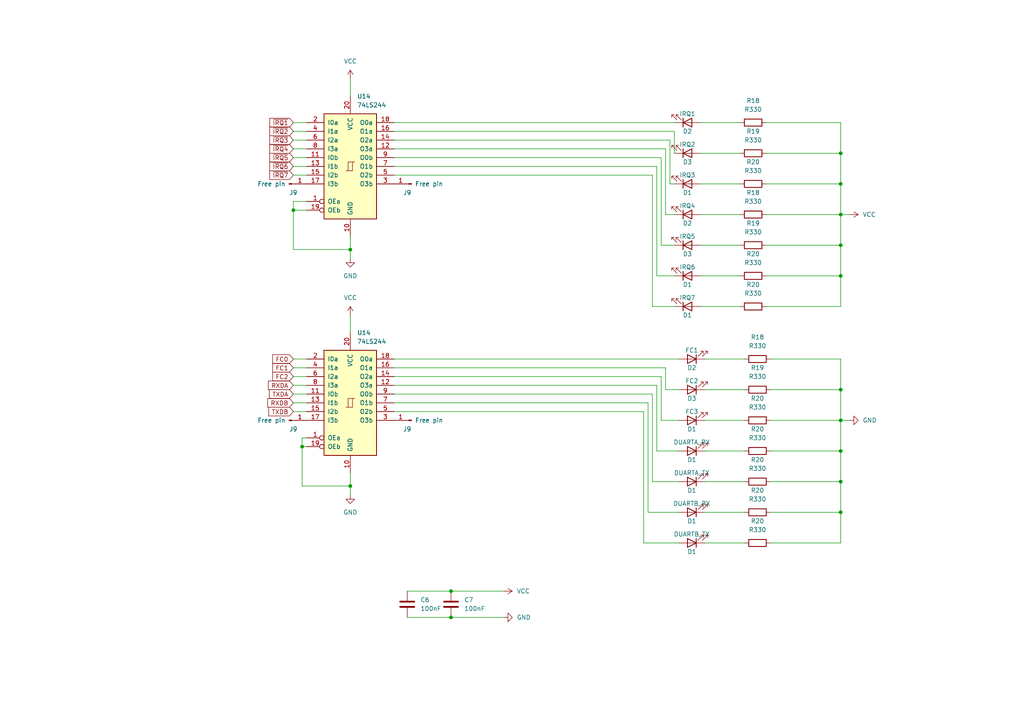
<source format=kicad_sch>
(kicad_sch (version 20230121) (generator eeschema)

  (uuid 2bdd0de3-f69f-4ace-9499-fbf926e9e905)

  (paper "A4")

  (title_block
    (title "Mats Brorson 68010 SBC LED indicators")
    (date "2023-12-28")
    (rev "1.0-alpha")
  )

  (lib_symbols
    (symbol "74xx:74LS244" (pin_names (offset 1.016)) (in_bom yes) (on_board yes)
      (property "Reference" "U" (at -7.62 16.51 0)
        (effects (font (size 1.27 1.27)))
      )
      (property "Value" "74LS244" (at -7.62 -16.51 0)
        (effects (font (size 1.27 1.27)))
      )
      (property "Footprint" "" (at 0 0 0)
        (effects (font (size 1.27 1.27)) hide)
      )
      (property "Datasheet" "http://www.ti.com/lit/ds/symlink/sn74ls244.pdf" (at 0 0 0)
        (effects (font (size 1.27 1.27)) hide)
      )
      (property "ki_keywords" "7400 logic ttl low power schottky" (at 0 0 0)
        (effects (font (size 1.27 1.27)) hide)
      )
      (property "ki_description" "Octal Buffer and Line Driver With 3-State Output, active-low enables, non-inverting outputs" (at 0 0 0)
        (effects (font (size 1.27 1.27)) hide)
      )
      (property "ki_fp_filters" "DIP?20*" (at 0 0 0)
        (effects (font (size 1.27 1.27)) hide)
      )
      (symbol "74LS244_1_0"
        (polyline
          (pts
            (xy -0.635 -1.27)
            (xy -0.635 1.27)
            (xy 0.635 1.27)
          )
          (stroke (width 0) (type default))
          (fill (type none))
        )
        (polyline
          (pts
            (xy -1.27 -1.27)
            (xy 0.635 -1.27)
            (xy 0.635 1.27)
            (xy 1.27 1.27)
          )
          (stroke (width 0) (type default))
          (fill (type none))
        )
        (pin input inverted (at -12.7 -10.16 0) (length 5.08)
          (name "OEa" (effects (font (size 1.27 1.27))))
          (number "1" (effects (font (size 1.27 1.27))))
        )
        (pin power_in line (at 0 -20.32 90) (length 5.08)
          (name "GND" (effects (font (size 1.27 1.27))))
          (number "10" (effects (font (size 1.27 1.27))))
        )
        (pin input line (at -12.7 2.54 0) (length 5.08)
          (name "I0b" (effects (font (size 1.27 1.27))))
          (number "11" (effects (font (size 1.27 1.27))))
        )
        (pin tri_state line (at 12.7 5.08 180) (length 5.08)
          (name "O3a" (effects (font (size 1.27 1.27))))
          (number "12" (effects (font (size 1.27 1.27))))
        )
        (pin input line (at -12.7 0 0) (length 5.08)
          (name "I1b" (effects (font (size 1.27 1.27))))
          (number "13" (effects (font (size 1.27 1.27))))
        )
        (pin tri_state line (at 12.7 7.62 180) (length 5.08)
          (name "O2a" (effects (font (size 1.27 1.27))))
          (number "14" (effects (font (size 1.27 1.27))))
        )
        (pin input line (at -12.7 -2.54 0) (length 5.08)
          (name "I2b" (effects (font (size 1.27 1.27))))
          (number "15" (effects (font (size 1.27 1.27))))
        )
        (pin tri_state line (at 12.7 10.16 180) (length 5.08)
          (name "O1a" (effects (font (size 1.27 1.27))))
          (number "16" (effects (font (size 1.27 1.27))))
        )
        (pin input line (at -12.7 -5.08 0) (length 5.08)
          (name "I3b" (effects (font (size 1.27 1.27))))
          (number "17" (effects (font (size 1.27 1.27))))
        )
        (pin tri_state line (at 12.7 12.7 180) (length 5.08)
          (name "O0a" (effects (font (size 1.27 1.27))))
          (number "18" (effects (font (size 1.27 1.27))))
        )
        (pin input inverted (at -12.7 -12.7 0) (length 5.08)
          (name "OEb" (effects (font (size 1.27 1.27))))
          (number "19" (effects (font (size 1.27 1.27))))
        )
        (pin input line (at -12.7 12.7 0) (length 5.08)
          (name "I0a" (effects (font (size 1.27 1.27))))
          (number "2" (effects (font (size 1.27 1.27))))
        )
        (pin power_in line (at 0 20.32 270) (length 5.08)
          (name "VCC" (effects (font (size 1.27 1.27))))
          (number "20" (effects (font (size 1.27 1.27))))
        )
        (pin tri_state line (at 12.7 -5.08 180) (length 5.08)
          (name "O3b" (effects (font (size 1.27 1.27))))
          (number "3" (effects (font (size 1.27 1.27))))
        )
        (pin input line (at -12.7 10.16 0) (length 5.08)
          (name "I1a" (effects (font (size 1.27 1.27))))
          (number "4" (effects (font (size 1.27 1.27))))
        )
        (pin tri_state line (at 12.7 -2.54 180) (length 5.08)
          (name "O2b" (effects (font (size 1.27 1.27))))
          (number "5" (effects (font (size 1.27 1.27))))
        )
        (pin input line (at -12.7 7.62 0) (length 5.08)
          (name "I2a" (effects (font (size 1.27 1.27))))
          (number "6" (effects (font (size 1.27 1.27))))
        )
        (pin tri_state line (at 12.7 0 180) (length 5.08)
          (name "O1b" (effects (font (size 1.27 1.27))))
          (number "7" (effects (font (size 1.27 1.27))))
        )
        (pin input line (at -12.7 5.08 0) (length 5.08)
          (name "I3a" (effects (font (size 1.27 1.27))))
          (number "8" (effects (font (size 1.27 1.27))))
        )
        (pin tri_state line (at 12.7 2.54 180) (length 5.08)
          (name "O0b" (effects (font (size 1.27 1.27))))
          (number "9" (effects (font (size 1.27 1.27))))
        )
      )
      (symbol "74LS244_1_1"
        (rectangle (start -7.62 15.24) (end 7.62 -15.24)
          (stroke (width 0.254) (type default))
          (fill (type background))
        )
      )
    )
    (symbol "Connector:Conn_01x01_Pin" (pin_names (offset 1.016) hide) (in_bom yes) (on_board yes)
      (property "Reference" "J" (at 0 2.54 0)
        (effects (font (size 1.27 1.27)))
      )
      (property "Value" "Conn_01x01_Pin" (at 0 -2.54 0)
        (effects (font (size 1.27 1.27)))
      )
      (property "Footprint" "" (at 0 0 0)
        (effects (font (size 1.27 1.27)) hide)
      )
      (property "Datasheet" "~" (at 0 0 0)
        (effects (font (size 1.27 1.27)) hide)
      )
      (property "ki_locked" "" (at 0 0 0)
        (effects (font (size 1.27 1.27)))
      )
      (property "ki_keywords" "connector" (at 0 0 0)
        (effects (font (size 1.27 1.27)) hide)
      )
      (property "ki_description" "Generic connector, single row, 01x01, script generated" (at 0 0 0)
        (effects (font (size 1.27 1.27)) hide)
      )
      (property "ki_fp_filters" "Connector*:*_1x??_*" (at 0 0 0)
        (effects (font (size 1.27 1.27)) hide)
      )
      (symbol "Conn_01x01_Pin_1_1"
        (polyline
          (pts
            (xy 1.27 0)
            (xy 0.8636 0)
          )
          (stroke (width 0.1524) (type default))
          (fill (type none))
        )
        (rectangle (start 0.8636 0.127) (end 0 -0.127)
          (stroke (width 0.1524) (type default))
          (fill (type outline))
        )
        (pin passive line (at 5.08 0 180) (length 3.81)
          (name "Pin_1" (effects (font (size 1.27 1.27))))
          (number "1" (effects (font (size 1.27 1.27))))
        )
      )
    )
    (symbol "Device:C" (pin_numbers hide) (pin_names (offset 0.254)) (in_bom yes) (on_board yes)
      (property "Reference" "C" (at 0.635 2.54 0)
        (effects (font (size 1.27 1.27)) (justify left))
      )
      (property "Value" "C" (at 0.635 -2.54 0)
        (effects (font (size 1.27 1.27)) (justify left))
      )
      (property "Footprint" "" (at 0.9652 -3.81 0)
        (effects (font (size 1.27 1.27)) hide)
      )
      (property "Datasheet" "~" (at 0 0 0)
        (effects (font (size 1.27 1.27)) hide)
      )
      (property "ki_keywords" "cap capacitor" (at 0 0 0)
        (effects (font (size 1.27 1.27)) hide)
      )
      (property "ki_description" "Unpolarized capacitor" (at 0 0 0)
        (effects (font (size 1.27 1.27)) hide)
      )
      (property "ki_fp_filters" "C_*" (at 0 0 0)
        (effects (font (size 1.27 1.27)) hide)
      )
      (symbol "C_0_1"
        (polyline
          (pts
            (xy -2.032 -0.762)
            (xy 2.032 -0.762)
          )
          (stroke (width 0.508) (type default))
          (fill (type none))
        )
        (polyline
          (pts
            (xy -2.032 0.762)
            (xy 2.032 0.762)
          )
          (stroke (width 0.508) (type default))
          (fill (type none))
        )
      )
      (symbol "C_1_1"
        (pin passive line (at 0 3.81 270) (length 2.794)
          (name "~" (effects (font (size 1.27 1.27))))
          (number "1" (effects (font (size 1.27 1.27))))
        )
        (pin passive line (at 0 -3.81 90) (length 2.794)
          (name "~" (effects (font (size 1.27 1.27))))
          (number "2" (effects (font (size 1.27 1.27))))
        )
      )
    )
    (symbol "Device:LED" (pin_numbers hide) (pin_names (offset 1.016) hide) (in_bom yes) (on_board yes)
      (property "Reference" "D" (at 0 2.54 0)
        (effects (font (size 1.27 1.27)))
      )
      (property "Value" "LED" (at 0 -2.54 0)
        (effects (font (size 1.27 1.27)))
      )
      (property "Footprint" "" (at 0 0 0)
        (effects (font (size 1.27 1.27)) hide)
      )
      (property "Datasheet" "~" (at 0 0 0)
        (effects (font (size 1.27 1.27)) hide)
      )
      (property "ki_keywords" "LED diode" (at 0 0 0)
        (effects (font (size 1.27 1.27)) hide)
      )
      (property "ki_description" "Light emitting diode" (at 0 0 0)
        (effects (font (size 1.27 1.27)) hide)
      )
      (property "ki_fp_filters" "LED* LED_SMD:* LED_THT:*" (at 0 0 0)
        (effects (font (size 1.27 1.27)) hide)
      )
      (symbol "LED_0_1"
        (polyline
          (pts
            (xy -1.27 -1.27)
            (xy -1.27 1.27)
          )
          (stroke (width 0.254) (type default))
          (fill (type none))
        )
        (polyline
          (pts
            (xy -1.27 0)
            (xy 1.27 0)
          )
          (stroke (width 0) (type default))
          (fill (type none))
        )
        (polyline
          (pts
            (xy 1.27 -1.27)
            (xy 1.27 1.27)
            (xy -1.27 0)
            (xy 1.27 -1.27)
          )
          (stroke (width 0.254) (type default))
          (fill (type none))
        )
        (polyline
          (pts
            (xy -3.048 -0.762)
            (xy -4.572 -2.286)
            (xy -3.81 -2.286)
            (xy -4.572 -2.286)
            (xy -4.572 -1.524)
          )
          (stroke (width 0) (type default))
          (fill (type none))
        )
        (polyline
          (pts
            (xy -1.778 -0.762)
            (xy -3.302 -2.286)
            (xy -2.54 -2.286)
            (xy -3.302 -2.286)
            (xy -3.302 -1.524)
          )
          (stroke (width 0) (type default))
          (fill (type none))
        )
      )
      (symbol "LED_1_1"
        (pin passive line (at -3.81 0 0) (length 2.54)
          (name "K" (effects (font (size 1.27 1.27))))
          (number "1" (effects (font (size 1.27 1.27))))
        )
        (pin passive line (at 3.81 0 180) (length 2.54)
          (name "A" (effects (font (size 1.27 1.27))))
          (number "2" (effects (font (size 1.27 1.27))))
        )
      )
    )
    (symbol "Device:R" (pin_numbers hide) (pin_names (offset 0)) (in_bom yes) (on_board yes)
      (property "Reference" "R" (at 2.032 0 90)
        (effects (font (size 1.27 1.27)))
      )
      (property "Value" "R" (at 0 0 90)
        (effects (font (size 1.27 1.27)))
      )
      (property "Footprint" "" (at -1.778 0 90)
        (effects (font (size 1.27 1.27)) hide)
      )
      (property "Datasheet" "~" (at 0 0 0)
        (effects (font (size 1.27 1.27)) hide)
      )
      (property "ki_keywords" "R res resistor" (at 0 0 0)
        (effects (font (size 1.27 1.27)) hide)
      )
      (property "ki_description" "Resistor" (at 0 0 0)
        (effects (font (size 1.27 1.27)) hide)
      )
      (property "ki_fp_filters" "R_*" (at 0 0 0)
        (effects (font (size 1.27 1.27)) hide)
      )
      (symbol "R_0_1"
        (rectangle (start -1.016 -2.54) (end 1.016 2.54)
          (stroke (width 0.254) (type default))
          (fill (type none))
        )
      )
      (symbol "R_1_1"
        (pin passive line (at 0 3.81 270) (length 1.27)
          (name "~" (effects (font (size 1.27 1.27))))
          (number "1" (effects (font (size 1.27 1.27))))
        )
        (pin passive line (at 0 -3.81 90) (length 1.27)
          (name "~" (effects (font (size 1.27 1.27))))
          (number "2" (effects (font (size 1.27 1.27))))
        )
      )
    )
    (symbol "power:GND" (power) (pin_names (offset 0)) (in_bom yes) (on_board yes)
      (property "Reference" "#PWR" (at 0 -6.35 0)
        (effects (font (size 1.27 1.27)) hide)
      )
      (property "Value" "GND" (at 0 -3.81 0)
        (effects (font (size 1.27 1.27)))
      )
      (property "Footprint" "" (at 0 0 0)
        (effects (font (size 1.27 1.27)) hide)
      )
      (property "Datasheet" "" (at 0 0 0)
        (effects (font (size 1.27 1.27)) hide)
      )
      (property "ki_keywords" "global power" (at 0 0 0)
        (effects (font (size 1.27 1.27)) hide)
      )
      (property "ki_description" "Power symbol creates a global label with name \"GND\" , ground" (at 0 0 0)
        (effects (font (size 1.27 1.27)) hide)
      )
      (symbol "GND_0_1"
        (polyline
          (pts
            (xy 0 0)
            (xy 0 -1.27)
            (xy 1.27 -1.27)
            (xy 0 -2.54)
            (xy -1.27 -1.27)
            (xy 0 -1.27)
          )
          (stroke (width 0) (type default))
          (fill (type none))
        )
      )
      (symbol "GND_1_1"
        (pin power_in line (at 0 0 270) (length 0) hide
          (name "GND" (effects (font (size 1.27 1.27))))
          (number "1" (effects (font (size 1.27 1.27))))
        )
      )
    )
    (symbol "power:VCC" (power) (pin_names (offset 0)) (in_bom yes) (on_board yes)
      (property "Reference" "#PWR" (at 0 -3.81 0)
        (effects (font (size 1.27 1.27)) hide)
      )
      (property "Value" "VCC" (at 0 3.81 0)
        (effects (font (size 1.27 1.27)))
      )
      (property "Footprint" "" (at 0 0 0)
        (effects (font (size 1.27 1.27)) hide)
      )
      (property "Datasheet" "" (at 0 0 0)
        (effects (font (size 1.27 1.27)) hide)
      )
      (property "ki_keywords" "global power" (at 0 0 0)
        (effects (font (size 1.27 1.27)) hide)
      )
      (property "ki_description" "Power symbol creates a global label with name \"VCC\"" (at 0 0 0)
        (effects (font (size 1.27 1.27)) hide)
      )
      (symbol "VCC_0_1"
        (polyline
          (pts
            (xy -0.762 1.27)
            (xy 0 2.54)
          )
          (stroke (width 0) (type default))
          (fill (type none))
        )
        (polyline
          (pts
            (xy 0 0)
            (xy 0 2.54)
          )
          (stroke (width 0) (type default))
          (fill (type none))
        )
        (polyline
          (pts
            (xy 0 2.54)
            (xy 0.762 1.27)
          )
          (stroke (width 0) (type default))
          (fill (type none))
        )
      )
      (symbol "VCC_1_1"
        (pin power_in line (at 0 0 90) (length 0) hide
          (name "VCC" (effects (font (size 1.27 1.27))))
          (number "1" (effects (font (size 1.27 1.27))))
        )
      )
    )
  )

  (junction (at 101.6 72.39) (diameter 0) (color 0 0 0 0)
    (uuid 27b6b0c1-8ab7-4c32-ab94-c7218215f5ba)
  )
  (junction (at 243.84 148.59) (diameter 0) (color 0 0 0 0)
    (uuid 3f143256-63bb-443e-a3ee-12fe4722fd27)
  )
  (junction (at 243.84 53.34) (diameter 0) (color 0 0 0 0)
    (uuid 4205c14e-27ee-4cfc-991d-c5a326cc5d8c)
  )
  (junction (at 243.84 121.92) (diameter 0) (color 0 0 0 0)
    (uuid 426cbe91-34e3-4442-960b-27ad57a42b5a)
  )
  (junction (at 87.63 129.54) (diameter 0) (color 0 0 0 0)
    (uuid 66b30499-abf1-4aa2-8912-654026e7dcc8)
  )
  (junction (at 101.6 140.97) (diameter 0) (color 0 0 0 0)
    (uuid 672a8137-fa9c-4a1f-9ca8-6825d02f71fe)
  )
  (junction (at 243.84 62.23) (diameter 0) (color 0 0 0 0)
    (uuid 74469fef-4224-4012-a615-bc2ed8241e79)
  )
  (junction (at 243.84 130.81) (diameter 0) (color 0 0 0 0)
    (uuid 7d52efd7-d364-4a7d-bba7-df329b539442)
  )
  (junction (at 243.84 139.7) (diameter 0) (color 0 0 0 0)
    (uuid 9b07f627-8b41-468c-8cd6-f521e98dcd2b)
  )
  (junction (at 243.84 71.12) (diameter 0) (color 0 0 0 0)
    (uuid 9ea796ed-ed1d-4fa1-a96f-95cbeeeb2230)
  )
  (junction (at 130.81 179.07) (diameter 0) (color 0 0 0 0)
    (uuid a46cdf8d-89d3-4e9a-97aa-66c67b6c0ef0)
  )
  (junction (at 243.84 44.45) (diameter 0) (color 0 0 0 0)
    (uuid b81ad309-98f2-4cfd-a09a-2c343984a0f0)
  )
  (junction (at 243.84 80.01) (diameter 0) (color 0 0 0 0)
    (uuid be1f58bd-97ea-4d56-966e-bc626231bde1)
  )
  (junction (at 130.81 171.45) (diameter 0) (color 0 0 0 0)
    (uuid c13a223b-74f5-4834-9c78-532af128daa5)
  )
  (junction (at 85.09 60.96) (diameter 0) (color 0 0 0 0)
    (uuid eaa64bcb-a135-4c7b-b7dd-28197c6c1ac4)
  )
  (junction (at 243.84 113.03) (diameter 0) (color 0 0 0 0)
    (uuid f3bb4216-ba92-4d32-b3ae-27ceefbf4022)
  )

  (wire (pts (xy 222.25 35.56) (xy 243.84 35.56))
    (stroke (width 0) (type default))
    (uuid 00d9b941-59bb-43ba-a405-13df7806f492)
  )
  (wire (pts (xy 187.96 148.59) (xy 187.96 116.84))
    (stroke (width 0) (type default))
    (uuid 0251755e-b12d-459f-b819-d739480420fd)
  )
  (wire (pts (xy 223.52 121.92) (xy 243.84 121.92))
    (stroke (width 0) (type default))
    (uuid 035059b7-cb95-4c61-8ec0-f9e000480966)
  )
  (wire (pts (xy 193.04 43.18) (xy 193.04 62.23))
    (stroke (width 0) (type default))
    (uuid 089df832-3dbd-4796-beb0-be23fa30374b)
  )
  (wire (pts (xy 243.84 148.59) (xy 243.84 157.48))
    (stroke (width 0) (type default))
    (uuid 0945e7cc-9e11-481d-a59b-2e27d39b8249)
  )
  (wire (pts (xy 189.23 139.7) (xy 189.23 114.3))
    (stroke (width 0) (type default))
    (uuid 096429f7-1f87-4061-9f91-5367a8f261b9)
  )
  (wire (pts (xy 88.9 127) (xy 87.63 127))
    (stroke (width 0) (type default))
    (uuid 0bf60de1-5a15-4825-b936-a2fe141ab64f)
  )
  (wire (pts (xy 203.2 62.23) (xy 214.63 62.23))
    (stroke (width 0) (type default))
    (uuid 0c1f3ef7-b3df-4a4f-ae38-64ea7bbdd784)
  )
  (wire (pts (xy 101.6 137.16) (xy 101.6 140.97))
    (stroke (width 0) (type default))
    (uuid 12604abd-62dd-4505-ac4e-4c562c45bda4)
  )
  (wire (pts (xy 190.5 130.81) (xy 196.85 130.81))
    (stroke (width 0) (type default))
    (uuid 1263ebb6-650f-496e-97e5-4543bd430ea1)
  )
  (wire (pts (xy 187.96 148.59) (xy 196.85 148.59))
    (stroke (width 0) (type default))
    (uuid 128cedcd-af7f-4c0f-bd84-a9e17c1c80ef)
  )
  (wire (pts (xy 203.2 88.9) (xy 214.63 88.9))
    (stroke (width 0) (type default))
    (uuid 144340f2-2b06-4cef-b613-203bea65d23a)
  )
  (wire (pts (xy 101.6 91.44) (xy 101.6 96.52))
    (stroke (width 0) (type default))
    (uuid 14607030-68d1-4783-ad35-9d06ab7b8a03)
  )
  (wire (pts (xy 88.9 60.96) (xy 85.09 60.96))
    (stroke (width 0) (type default))
    (uuid 14e285aa-3d67-4883-845f-c7b6cc0e766f)
  )
  (wire (pts (xy 187.96 116.84) (xy 114.3 116.84))
    (stroke (width 0) (type default))
    (uuid 16c74352-4efd-4dfb-a453-e488b57a59d2)
  )
  (wire (pts (xy 85.09 116.84) (xy 88.9 116.84))
    (stroke (width 0) (type default))
    (uuid 193e6225-eb74-464f-856f-c88027230838)
  )
  (wire (pts (xy 85.09 50.8) (xy 88.9 50.8))
    (stroke (width 0) (type default))
    (uuid 1f000ca4-bcfa-4465-b31e-efdad7759fcd)
  )
  (wire (pts (xy 85.09 114.3) (xy 88.9 114.3))
    (stroke (width 0) (type default))
    (uuid 2058191c-b949-4869-9459-a61ad1facfe9)
  )
  (wire (pts (xy 203.2 44.45) (xy 214.63 44.45))
    (stroke (width 0) (type default))
    (uuid 254fd59a-38fa-4854-be9f-666f90b608c1)
  )
  (wire (pts (xy 114.3 40.64) (xy 194.31 40.64))
    (stroke (width 0) (type default))
    (uuid 2c52ad23-9c7c-4c75-84ae-c6abd29e60f1)
  )
  (wire (pts (xy 204.47 157.48) (xy 215.9 157.48))
    (stroke (width 0) (type default))
    (uuid 327f64eb-7e03-451b-b0ff-55043b00504b)
  )
  (wire (pts (xy 101.6 68.58) (xy 101.6 72.39))
    (stroke (width 0) (type default))
    (uuid 36e89af4-1540-417b-9de8-06077cd21d7b)
  )
  (wire (pts (xy 85.09 48.26) (xy 88.9 48.26))
    (stroke (width 0) (type default))
    (uuid 3cffd68e-1b72-4b5f-894f-b76b86d4a305)
  )
  (wire (pts (xy 203.2 35.56) (xy 214.63 35.56))
    (stroke (width 0) (type default))
    (uuid 4488fe7a-f971-4348-ac99-006445a656f8)
  )
  (wire (pts (xy 193.04 106.68) (xy 193.04 113.03))
    (stroke (width 0) (type default))
    (uuid 45eb91a2-9a5e-48c3-9db3-73d2a72cd5f2)
  )
  (wire (pts (xy 114.3 104.14) (xy 196.85 104.14))
    (stroke (width 0) (type default))
    (uuid 496fb12d-8c96-40b7-8957-f9e31109e9a7)
  )
  (wire (pts (xy 114.3 48.26) (xy 190.5 48.26))
    (stroke (width 0) (type default))
    (uuid 4c81f210-0912-4c28-9c2b-9276423743a9)
  )
  (wire (pts (xy 190.5 48.26) (xy 190.5 80.01))
    (stroke (width 0) (type default))
    (uuid 4dc37acf-e46d-4f20-bf87-1022a42ed21c)
  )
  (wire (pts (xy 130.81 179.07) (xy 146.05 179.07))
    (stroke (width 0) (type default))
    (uuid 4e0a2d5e-d91e-4e68-b52b-848fcfda56b2)
  )
  (wire (pts (xy 204.47 121.92) (xy 215.9 121.92))
    (stroke (width 0) (type default))
    (uuid 50d7907c-3e82-4831-8521-febbd063cb60)
  )
  (wire (pts (xy 186.69 119.38) (xy 186.69 157.48))
    (stroke (width 0) (type default))
    (uuid 531ebe2e-58bd-4f93-911d-e434b0783851)
  )
  (wire (pts (xy 114.3 35.56) (xy 195.58 35.56))
    (stroke (width 0) (type default))
    (uuid 542072d1-be9c-49ad-a00b-b56543f20956)
  )
  (wire (pts (xy 186.69 157.48) (xy 196.85 157.48))
    (stroke (width 0) (type default))
    (uuid 5568ab1b-b0a9-41b5-be08-e9c4ff5ca2e5)
  )
  (wire (pts (xy 87.63 127) (xy 87.63 129.54))
    (stroke (width 0) (type default))
    (uuid 590266de-aed2-4f35-be77-cd5a4cd2417b)
  )
  (wire (pts (xy 222.25 80.01) (xy 243.84 80.01))
    (stroke (width 0) (type default))
    (uuid 59d8a5a8-672f-4894-89b7-d5cdc5db08f0)
  )
  (wire (pts (xy 114.3 43.18) (xy 193.04 43.18))
    (stroke (width 0) (type default))
    (uuid 5ae3ad1f-56fb-408d-83cd-932e3878e114)
  )
  (wire (pts (xy 193.04 62.23) (xy 195.58 62.23))
    (stroke (width 0) (type default))
    (uuid 5b3c735b-0c0d-460b-85cf-159520d0b2e0)
  )
  (wire (pts (xy 85.09 106.68) (xy 88.9 106.68))
    (stroke (width 0) (type default))
    (uuid 5e662330-20d9-4605-a084-80bcedcb14bb)
  )
  (wire (pts (xy 203.2 53.34) (xy 214.63 53.34))
    (stroke (width 0) (type default))
    (uuid 6012e4ca-3934-430b-8064-1cfb40b6c67f)
  )
  (wire (pts (xy 130.81 171.45) (xy 146.05 171.45))
    (stroke (width 0) (type default))
    (uuid 64a1378e-1b59-4b97-8e2e-ac9767b1c1e1)
  )
  (wire (pts (xy 243.84 121.92) (xy 243.84 130.81))
    (stroke (width 0) (type default))
    (uuid 67a7e2ef-4d0a-406c-9461-cecb6db7eec7)
  )
  (wire (pts (xy 85.09 104.14) (xy 88.9 104.14))
    (stroke (width 0) (type default))
    (uuid 687974f6-ea11-45cd-8d28-8c0a6cb8feab)
  )
  (wire (pts (xy 101.6 72.39) (xy 101.6 74.93))
    (stroke (width 0) (type default))
    (uuid 6b507ae1-d397-42e0-acc8-c1ba8ffd726a)
  )
  (wire (pts (xy 243.84 130.81) (xy 243.84 139.7))
    (stroke (width 0) (type default))
    (uuid 6e044f88-aa88-4fcd-b4f8-3126edbdc1cc)
  )
  (wire (pts (xy 243.84 71.12) (xy 243.84 62.23))
    (stroke (width 0) (type default))
    (uuid 6eed3709-ee66-497a-a2a6-c39a0fe9c32b)
  )
  (wire (pts (xy 114.3 109.22) (xy 191.77 109.22))
    (stroke (width 0) (type default))
    (uuid 6f38f2c0-b518-4bc2-9e64-f95f934962e1)
  )
  (wire (pts (xy 85.09 40.64) (xy 88.9 40.64))
    (stroke (width 0) (type default))
    (uuid 78bf8ad6-085b-4467-90cb-2003f480daee)
  )
  (wire (pts (xy 194.31 40.64) (xy 194.31 53.34))
    (stroke (width 0) (type default))
    (uuid 7aa0cd66-8991-47c9-bc04-99222c216333)
  )
  (wire (pts (xy 191.77 71.12) (xy 195.58 71.12))
    (stroke (width 0) (type default))
    (uuid 7d342c59-3659-4b55-9125-c39bc6b3ed32)
  )
  (wire (pts (xy 114.3 45.72) (xy 191.77 45.72))
    (stroke (width 0) (type default))
    (uuid 7e92da69-de57-47ee-a979-1b13ae1f8611)
  )
  (wire (pts (xy 114.3 50.8) (xy 189.23 50.8))
    (stroke (width 0) (type default))
    (uuid 7ea121fc-ec87-452f-8bd0-2f7f7f9ef58f)
  )
  (wire (pts (xy 243.84 80.01) (xy 243.84 71.12))
    (stroke (width 0) (type default))
    (uuid 824f0ca2-2cbc-4b0f-950f-ab5636793c0b)
  )
  (wire (pts (xy 190.5 80.01) (xy 195.58 80.01))
    (stroke (width 0) (type default))
    (uuid 84005374-195a-4bf0-aef1-b72b7c7d8172)
  )
  (wire (pts (xy 203.2 71.12) (xy 214.63 71.12))
    (stroke (width 0) (type default))
    (uuid 860df7dd-23a1-488c-94d4-04225ecd06fe)
  )
  (wire (pts (xy 223.52 130.81) (xy 243.84 130.81))
    (stroke (width 0) (type default))
    (uuid 862fd314-92d6-408a-812d-8055805a243d)
  )
  (wire (pts (xy 243.84 53.34) (xy 243.84 62.23))
    (stroke (width 0) (type default))
    (uuid 867abd30-c4f0-4855-8371-ce988a5b4885)
  )
  (wire (pts (xy 189.23 50.8) (xy 189.23 88.9))
    (stroke (width 0) (type default))
    (uuid 86b5eadf-96eb-4e25-8eb6-af65cdb213a8)
  )
  (wire (pts (xy 85.09 38.1) (xy 88.9 38.1))
    (stroke (width 0) (type default))
    (uuid 870c2951-7a7f-4e40-bb22-4be6e7f09b38)
  )
  (wire (pts (xy 191.77 45.72) (xy 191.77 71.12))
    (stroke (width 0) (type default))
    (uuid 8c47f5d9-c72d-4cb0-8a74-791ca20441ca)
  )
  (wire (pts (xy 243.84 121.92) (xy 246.38 121.92))
    (stroke (width 0) (type default))
    (uuid 8d1a80e0-3692-4f41-bf4e-c0e3b0eebad2)
  )
  (wire (pts (xy 222.25 53.34) (xy 243.84 53.34))
    (stroke (width 0) (type default))
    (uuid 8e8799c2-5575-494e-8bc1-25b5009d38f5)
  )
  (wire (pts (xy 223.52 148.59) (xy 243.84 148.59))
    (stroke (width 0) (type default))
    (uuid 8eab7a6b-7703-4637-b4e2-c8c01c627e10)
  )
  (wire (pts (xy 191.77 121.92) (xy 196.85 121.92))
    (stroke (width 0) (type default))
    (uuid 8f03d25c-5ece-4e76-9a2e-499cdb013ae7)
  )
  (wire (pts (xy 189.23 114.3) (xy 114.3 114.3))
    (stroke (width 0) (type default))
    (uuid 91a9bde5-4e9b-4b64-ad1a-2bfe8c5cd21d)
  )
  (wire (pts (xy 246.38 62.23) (xy 243.84 62.23))
    (stroke (width 0) (type default))
    (uuid 92e6f745-bf58-40f7-af8d-1aff16c11083)
  )
  (wire (pts (xy 194.31 53.34) (xy 195.58 53.34))
    (stroke (width 0) (type default))
    (uuid 949430cc-b21d-4851-ae9d-48db80035b4a)
  )
  (wire (pts (xy 85.09 111.76) (xy 88.9 111.76))
    (stroke (width 0) (type default))
    (uuid 94cb75d6-d8a7-4888-bba4-68f78dbe66fe)
  )
  (wire (pts (xy 85.09 45.72) (xy 88.9 45.72))
    (stroke (width 0) (type default))
    (uuid 95b6d862-af0c-44b0-8363-c32a13c6b7aa)
  )
  (wire (pts (xy 87.63 140.97) (xy 101.6 140.97))
    (stroke (width 0) (type default))
    (uuid 9e678fe6-5f84-40b8-af31-723196c7cdcd)
  )
  (wire (pts (xy 114.3 119.38) (xy 186.69 119.38))
    (stroke (width 0) (type default))
    (uuid 9f1e4403-8712-4ee2-94e4-f9270242ead6)
  )
  (wire (pts (xy 118.11 171.45) (xy 130.81 171.45))
    (stroke (width 0) (type default))
    (uuid a23af05a-ca4d-4f27-95ee-e59a781ff78d)
  )
  (wire (pts (xy 243.84 104.14) (xy 243.84 113.03))
    (stroke (width 0) (type default))
    (uuid a300b2d7-c255-4f1b-ae53-a7f9368a09ae)
  )
  (wire (pts (xy 204.47 104.14) (xy 215.9 104.14))
    (stroke (width 0) (type default))
    (uuid a4a59780-4384-47b2-beca-b1a62bf37acd)
  )
  (wire (pts (xy 243.84 139.7) (xy 243.84 148.59))
    (stroke (width 0) (type default))
    (uuid a95f46f1-b87e-407d-89e2-6ad3ca2c901a)
  )
  (wire (pts (xy 191.77 109.22) (xy 191.77 121.92))
    (stroke (width 0) (type default))
    (uuid ab02f234-a6a0-44d5-b6ef-64c82ae3dddd)
  )
  (wire (pts (xy 243.84 35.56) (xy 243.84 44.45))
    (stroke (width 0) (type default))
    (uuid ad9072dd-9979-4629-80fb-2a369bf68747)
  )
  (wire (pts (xy 204.47 148.59) (xy 215.9 148.59))
    (stroke (width 0) (type default))
    (uuid af0b17f9-8123-4891-b66d-d44bc15bc61f)
  )
  (wire (pts (xy 118.11 179.07) (xy 130.81 179.07))
    (stroke (width 0) (type default))
    (uuid af1914df-0f83-433d-9ad8-d4a88fdaf26c)
  )
  (wire (pts (xy 204.47 139.7) (xy 215.9 139.7))
    (stroke (width 0) (type default))
    (uuid b1456c2a-ccbb-43d9-b07c-8297affd92d0)
  )
  (wire (pts (xy 114.3 106.68) (xy 193.04 106.68))
    (stroke (width 0) (type default))
    (uuid b42c4dd6-c7fc-411a-820b-94c554d07276)
  )
  (wire (pts (xy 243.84 44.45) (xy 243.84 53.34))
    (stroke (width 0) (type default))
    (uuid b4dcf7b3-ed10-413d-b4d7-b229a78cb914)
  )
  (wire (pts (xy 222.25 71.12) (xy 243.84 71.12))
    (stroke (width 0) (type default))
    (uuid b62c78ab-cf62-4a46-8d74-db65a39e90aa)
  )
  (wire (pts (xy 85.09 119.38) (xy 88.9 119.38))
    (stroke (width 0) (type default))
    (uuid ba9e4bb9-65c3-48df-9e26-527474435a08)
  )
  (wire (pts (xy 85.09 72.39) (xy 101.6 72.39))
    (stroke (width 0) (type default))
    (uuid bb3041ba-1170-44e7-a843-128f873de9f5)
  )
  (wire (pts (xy 223.52 113.03) (xy 243.84 113.03))
    (stroke (width 0) (type default))
    (uuid bd83c5d1-317f-4b63-821f-402336bff318)
  )
  (wire (pts (xy 85.09 109.22) (xy 88.9 109.22))
    (stroke (width 0) (type default))
    (uuid bdb30dc9-15d6-439d-ad7c-760adbed5554)
  )
  (wire (pts (xy 204.47 130.81) (xy 215.9 130.81))
    (stroke (width 0) (type default))
    (uuid c1036843-28ad-41da-ad82-ef76a89efb92)
  )
  (wire (pts (xy 101.6 140.97) (xy 101.6 143.51))
    (stroke (width 0) (type default))
    (uuid c5537c97-a736-43bd-8c9c-8c7beac4e3c6)
  )
  (wire (pts (xy 193.04 113.03) (xy 196.85 113.03))
    (stroke (width 0) (type default))
    (uuid c58a5338-6ab0-4f84-90bf-0b92e768569b)
  )
  (wire (pts (xy 223.52 104.14) (xy 243.84 104.14))
    (stroke (width 0) (type default))
    (uuid ca8d1ceb-7ca4-40d9-9aa1-456a72093f85)
  )
  (wire (pts (xy 85.09 43.18) (xy 88.9 43.18))
    (stroke (width 0) (type default))
    (uuid cee9af7f-e804-4fe0-bcca-38661be43826)
  )
  (wire (pts (xy 189.23 88.9) (xy 195.58 88.9))
    (stroke (width 0) (type default))
    (uuid cef1ac2b-9b1b-4048-bc6f-6b94ac9e6d17)
  )
  (wire (pts (xy 88.9 129.54) (xy 87.63 129.54))
    (stroke (width 0) (type default))
    (uuid cf959382-7c3f-4ff9-a3cf-fb2c586e10eb)
  )
  (wire (pts (xy 114.3 38.1) (xy 195.58 38.1))
    (stroke (width 0) (type default))
    (uuid d46cfc9f-1ae6-4502-a691-ddcb9ad931d0)
  )
  (wire (pts (xy 189.23 139.7) (xy 196.85 139.7))
    (stroke (width 0) (type default))
    (uuid d6082bde-6801-4146-ab3c-e15601633356)
  )
  (wire (pts (xy 85.09 60.96) (xy 85.09 72.39))
    (stroke (width 0) (type default))
    (uuid d786b673-1ffd-4868-9a47-7cde68a73b87)
  )
  (wire (pts (xy 88.9 58.42) (xy 85.09 58.42))
    (stroke (width 0) (type default))
    (uuid d9d6d9ee-e7bc-4276-ae8a-b666c7dfeb4a)
  )
  (wire (pts (xy 101.6 22.86) (xy 101.6 27.94))
    (stroke (width 0) (type default))
    (uuid e0bb9661-dfc2-4061-acb2-55a0d9e57686)
  )
  (wire (pts (xy 85.09 35.56) (xy 88.9 35.56))
    (stroke (width 0) (type default))
    (uuid e1e20942-3397-4e83-877a-292a7b7f55bb)
  )
  (wire (pts (xy 190.5 130.81) (xy 190.5 111.76))
    (stroke (width 0) (type default))
    (uuid e87aa3b5-87c0-4d26-9591-f8a38627b7be)
  )
  (wire (pts (xy 195.58 38.1) (xy 195.58 44.45))
    (stroke (width 0) (type default))
    (uuid e96c3e99-fa86-4171-929a-57b35837412c)
  )
  (wire (pts (xy 222.25 62.23) (xy 243.84 62.23))
    (stroke (width 0) (type default))
    (uuid e9932305-f79d-46cd-88b7-522a8ccf8d0e)
  )
  (wire (pts (xy 222.25 88.9) (xy 243.84 88.9))
    (stroke (width 0) (type default))
    (uuid ee41985f-e4a2-417d-bd6b-8eb77ca0d474)
  )
  (wire (pts (xy 243.84 121.92) (xy 243.84 113.03))
    (stroke (width 0) (type default))
    (uuid ee4e02db-ce09-4bdf-99c3-37bc1a07e90c)
  )
  (wire (pts (xy 87.63 129.54) (xy 87.63 140.97))
    (stroke (width 0) (type default))
    (uuid f1659725-2ad4-447b-a15c-25c2540c2919)
  )
  (wire (pts (xy 204.47 113.03) (xy 215.9 113.03))
    (stroke (width 0) (type default))
    (uuid f4aa5a73-2eb9-482c-8e2f-9bac76834c42)
  )
  (wire (pts (xy 243.84 88.9) (xy 243.84 80.01))
    (stroke (width 0) (type default))
    (uuid f4f78a6e-122e-414d-b818-fa8dafbb989d)
  )
  (wire (pts (xy 190.5 111.76) (xy 114.3 111.76))
    (stroke (width 0) (type default))
    (uuid f5e641f9-089c-45cb-91db-75af46122f86)
  )
  (wire (pts (xy 85.09 58.42) (xy 85.09 60.96))
    (stroke (width 0) (type default))
    (uuid f70acd21-5ed1-4328-938f-8f5afe0a4efd)
  )
  (wire (pts (xy 223.52 139.7) (xy 243.84 139.7))
    (stroke (width 0) (type default))
    (uuid f74df955-728f-4b00-99d4-e231bae2b988)
  )
  (wire (pts (xy 222.25 44.45) (xy 243.84 44.45))
    (stroke (width 0) (type default))
    (uuid f984225f-b50d-40b5-8955-74e46280fbab)
  )
  (wire (pts (xy 223.52 157.48) (xy 243.84 157.48))
    (stroke (width 0) (type default))
    (uuid fc9b1a03-73e5-48d8-9d7b-6c1c2d08ecfb)
  )
  (wire (pts (xy 203.2 80.01) (xy 214.63 80.01))
    (stroke (width 0) (type default))
    (uuid fca5d5a2-9f37-46bb-af2d-84c5c5ebe43c)
  )

  (global_label "RXDB" (shape input) (at 85.09 116.84 180) (fields_autoplaced)
    (effects (font (size 1.27 1.27)) (justify right))
    (uuid 21876e09-3bcd-4f52-a4bd-5a6afc4f11a0)
    (property "Intersheetrefs" "${INTERSHEET_REFS}" (at 77.1647 116.84 0)
      (effects (font (size 1.27 1.27)) (justify right) hide)
    )
  )
  (global_label "RXDA" (shape input) (at 85.09 111.76 180) (fields_autoplaced)
    (effects (font (size 1.27 1.27)) (justify right))
    (uuid 2ec4566e-af2a-4973-ae90-ec4f486b4cfd)
    (property "Intersheetrefs" "${INTERSHEET_REFS}" (at 77.8388 111.6806 0)
      (effects (font (size 1.27 1.27)) (justify right) hide)
    )
  )
  (global_label "FC0" (shape input) (at 85.09 104.14 180) (fields_autoplaced)
    (effects (font (size 1.27 1.27)) (justify right))
    (uuid 334f1125-0bcc-40cb-a699-013f941d36a1)
    (property "Intersheetrefs" "${INTERSHEET_REFS}" (at 78.6161 104.14 0)
      (effects (font (size 1.27 1.27)) (justify right) hide)
    )
  )
  (global_label "~{IRQ5}" (shape input) (at 85.09 45.72 180) (fields_autoplaced)
    (effects (font (size 1.27 1.27)) (justify right))
    (uuid 4a7683e0-24c0-43c3-a90b-f2d1bb4c1b07)
    (property "Intersheetrefs" "${INTERSHEET_REFS}" (at 77.7694 45.72 0)
      (effects (font (size 1.27 1.27)) (justify right) hide)
    )
  )
  (global_label "FC1" (shape input) (at 85.09 106.68 180) (fields_autoplaced)
    (effects (font (size 1.27 1.27)) (justify right))
    (uuid 7827237a-7ddc-4be1-9ea1-a9cefb4cbd20)
    (property "Intersheetrefs" "${INTERSHEET_REFS}" (at 78.6161 106.68 0)
      (effects (font (size 1.27 1.27)) (justify right) hide)
    )
  )
  (global_label "~{IRQ7}" (shape input) (at 85.09 50.8 180) (fields_autoplaced)
    (effects (font (size 1.27 1.27)) (justify right))
    (uuid 7ac83db8-7a3d-48e3-8c6b-c99c64d3695c)
    (property "Intersheetrefs" "${INTERSHEET_REFS}" (at 77.7694 50.8 0)
      (effects (font (size 1.27 1.27)) (justify right) hide)
    )
  )
  (global_label "~{IRQ4}" (shape input) (at 85.09 43.18 180) (fields_autoplaced)
    (effects (font (size 1.27 1.27)) (justify right))
    (uuid 8330479e-7462-4d01-b28e-a4d3b68816cd)
    (property "Intersheetrefs" "${INTERSHEET_REFS}" (at 77.7694 43.18 0)
      (effects (font (size 1.27 1.27)) (justify right) hide)
    )
  )
  (global_label "~{IRQ6}" (shape input) (at 85.09 48.26 180) (fields_autoplaced)
    (effects (font (size 1.27 1.27)) (justify right))
    (uuid 87d57a1a-551c-4e25-aaff-df930ee02f84)
    (property "Intersheetrefs" "${INTERSHEET_REFS}" (at 77.7694 48.26 0)
      (effects (font (size 1.27 1.27)) (justify right) hide)
    )
  )
  (global_label "~{IRQ3}" (shape input) (at 85.09 40.64 180) (fields_autoplaced)
    (effects (font (size 1.27 1.27)) (justify right))
    (uuid 925510da-49c7-4964-a788-93a2262a123e)
    (property "Intersheetrefs" "${INTERSHEET_REFS}" (at 77.7694 40.64 0)
      (effects (font (size 1.27 1.27)) (justify right) hide)
    )
  )
  (global_label "TXDA" (shape input) (at 85.09 114.3 180) (fields_autoplaced)
    (effects (font (size 1.27 1.27)) (justify right))
    (uuid aa023117-7103-4198-964f-9b3cc72a2a11)
    (property "Intersheetrefs" "${INTERSHEET_REFS}" (at 77.6485 114.3 0)
      (effects (font (size 1.27 1.27)) (justify right) hide)
    )
  )
  (global_label "~{IRQ1}" (shape input) (at 85.09 35.56 180) (fields_autoplaced)
    (effects (font (size 1.27 1.27)) (justify right))
    (uuid b2aa5b0f-765c-4951-bde0-2a739c995983)
    (property "Intersheetrefs" "${INTERSHEET_REFS}" (at 77.7694 35.56 0)
      (effects (font (size 1.27 1.27)) (justify right) hide)
    )
  )
  (global_label "TXDB" (shape input) (at 85.09 119.38 180) (fields_autoplaced)
    (effects (font (size 1.27 1.27)) (justify right))
    (uuid bf4a1808-1a74-404a-840f-4a5565676de1)
    (property "Intersheetrefs" "${INTERSHEET_REFS}" (at 77.4671 119.38 0)
      (effects (font (size 1.27 1.27)) (justify right) hide)
    )
  )
  (global_label "~{IRQ2}" (shape input) (at 85.09 38.1 180) (fields_autoplaced)
    (effects (font (size 1.27 1.27)) (justify right))
    (uuid e9552013-bcd9-4bb7-a2b3-539b356bc516)
    (property "Intersheetrefs" "${INTERSHEET_REFS}" (at 77.7694 38.1 0)
      (effects (font (size 1.27 1.27)) (justify right) hide)
    )
  )
  (global_label "FC2" (shape input) (at 85.09 109.22 180) (fields_autoplaced)
    (effects (font (size 1.27 1.27)) (justify right))
    (uuid f7eb3635-bb47-4dff-89b0-d231dd4575c3)
    (property "Intersheetrefs" "${INTERSHEET_REFS}" (at 78.6161 109.22 0)
      (effects (font (size 1.27 1.27)) (justify right) hide)
    )
  )

  (symbol (lib_id "Device:LED") (at 199.39 44.45 0) (mirror x) (unit 1)
    (in_bom yes) (on_board yes) (dnp no)
    (uuid 02bce754-ed57-4c71-a2c5-903632404f7a)
    (property "Reference" "D3" (at 199.39 46.99 0)
      (effects (font (size 1.27 1.27)))
    )
    (property "Value" "IRQ2" (at 199.39 41.91 0)
      (effects (font (size 1.27 1.27)))
    )
    (property "Footprint" "LED_THT:LED_D5.0mm" (at 199.39 44.45 0)
      (effects (font (size 1.27 1.27)) hide)
    )
    (property "Datasheet" "~" (at 199.39 44.45 0)
      (effects (font (size 1.27 1.27)) hide)
    )
    (pin "1" (uuid 211fbb94-1e6d-4d41-b38b-f41a145529f0))
    (pin "2" (uuid 94975eca-3cdf-4d16-8967-dadffac6887f))
    (instances
      (project "mb68k"
        (path "/e63e39d7-6ac0-4ffd-8aa3-1841a4541b55/f6694799-977c-4bbe-8e17-95004f9be988"
          (reference "D3") (unit 1)
        )
        (path "/e63e39d7-6ac0-4ffd-8aa3-1841a4541b55/1dea36bd-d6d9-4a08-972d-1edadec46a75"
          (reference "D2") (unit 1)
        )
      )
    )
  )

  (symbol (lib_id "Device:R") (at 219.71 130.81 270) (unit 1)
    (in_bom yes) (on_board yes) (dnp no) (fields_autoplaced)
    (uuid 03bbd77a-b638-4c7c-9374-7be65fcd03af)
    (property "Reference" "R20" (at 219.71 124.46 90)
      (effects (font (size 1.27 1.27)))
    )
    (property "Value" "R330" (at 219.71 127 90)
      (effects (font (size 1.27 1.27)))
    )
    (property "Footprint" "" (at 219.71 129.032 90)
      (effects (font (size 1.27 1.27)) hide)
    )
    (property "Datasheet" "~" (at 219.71 130.81 0)
      (effects (font (size 1.27 1.27)) hide)
    )
    (pin "1" (uuid aa4fedc7-617e-4bae-bfec-fc05ce3174f3))
    (pin "2" (uuid 580f2f07-334f-4e79-90eb-911933b01a6d))
    (instances
      (project "mb68k"
        (path "/e63e39d7-6ac0-4ffd-8aa3-1841a4541b55/f6694799-977c-4bbe-8e17-95004f9be988"
          (reference "R20") (unit 1)
        )
        (path "/e63e39d7-6ac0-4ffd-8aa3-1841a4541b55/1dea36bd-d6d9-4a08-972d-1edadec46a75"
          (reference "R27") (unit 1)
        )
      )
    )
  )

  (symbol (lib_id "power:VCC") (at 101.6 22.86 0) (unit 1)
    (in_bom yes) (on_board yes) (dnp no) (fields_autoplaced)
    (uuid 0445fff1-8bf6-46d5-9898-ae790991fe8d)
    (property "Reference" "#PWR013" (at 101.6 26.67 0)
      (effects (font (size 1.27 1.27)) hide)
    )
    (property "Value" "VCC" (at 101.6 17.78 0)
      (effects (font (size 1.27 1.27)))
    )
    (property "Footprint" "" (at 101.6 22.86 0)
      (effects (font (size 1.27 1.27)) hide)
    )
    (property "Datasheet" "" (at 101.6 22.86 0)
      (effects (font (size 1.27 1.27)) hide)
    )
    (pin "1" (uuid d909545e-939f-4f63-a0bc-f5835266101b))
    (instances
      (project "mb68k"
        (path "/e63e39d7-6ac0-4ffd-8aa3-1841a4541b55/f6694799-977c-4bbe-8e17-95004f9be988"
          (reference "#PWR013") (unit 1)
        )
        (path "/e63e39d7-6ac0-4ffd-8aa3-1841a4541b55/1dea36bd-d6d9-4a08-972d-1edadec46a75"
          (reference "#PWR055") (unit 1)
        )
      )
    )
  )

  (symbol (lib_id "Device:LED") (at 199.39 62.23 0) (mirror x) (unit 1)
    (in_bom yes) (on_board yes) (dnp no)
    (uuid 0af9adb1-b279-4fb6-888f-74ebf59bbe12)
    (property "Reference" "D2" (at 199.39 64.77 0)
      (effects (font (size 1.27 1.27)))
    )
    (property "Value" "IRQ4" (at 199.39 59.69 0)
      (effects (font (size 1.27 1.27)))
    )
    (property "Footprint" "LED_THT:LED_D5.0mm" (at 199.39 62.23 0)
      (effects (font (size 1.27 1.27)) hide)
    )
    (property "Datasheet" "~" (at 199.39 62.23 0)
      (effects (font (size 1.27 1.27)) hide)
    )
    (pin "1" (uuid 2eb86af5-4548-4233-af63-3f41e02005bb))
    (pin "2" (uuid 2eb8a132-a943-446e-8b35-e3c5ba190f89))
    (instances
      (project "mb68k"
        (path "/e63e39d7-6ac0-4ffd-8aa3-1841a4541b55/f6694799-977c-4bbe-8e17-95004f9be988"
          (reference "D2") (unit 1)
        )
        (path "/e63e39d7-6ac0-4ffd-8aa3-1841a4541b55/1dea36bd-d6d9-4a08-972d-1edadec46a75"
          (reference "D4") (unit 1)
        )
      )
    )
  )

  (symbol (lib_id "74xx:74LS244") (at 101.6 116.84 0) (unit 1)
    (in_bom yes) (on_board yes) (dnp no) (fields_autoplaced)
    (uuid 0df3519c-87e2-4c52-a93b-848972ca40e7)
    (property "Reference" "U14" (at 103.5559 96.52 0)
      (effects (font (size 1.27 1.27)) (justify left))
    )
    (property "Value" "74LS244" (at 103.5559 99.06 0)
      (effects (font (size 1.27 1.27)) (justify left))
    )
    (property "Footprint" "Package_DIP:DIP-20_W7.62mm_Socket" (at 101.6 116.84 0)
      (effects (font (size 1.27 1.27)) hide)
    )
    (property "Datasheet" "http://www.ti.com/lit/ds/symlink/sn74ls244.pdf" (at 101.6 116.84 0)
      (effects (font (size 1.27 1.27)) hide)
    )
    (pin "1" (uuid 280a6d56-4fa3-4f90-a51d-4f815b278d71))
    (pin "10" (uuid 45ee9dae-df50-44f8-b261-82c2e667a3bf))
    (pin "11" (uuid 9a6d1da7-8bc6-4f15-9a21-2895738b54df))
    (pin "12" (uuid 116bb992-74a2-4a84-8355-a69c1201da76))
    (pin "13" (uuid bb536ba9-e8d1-4c1f-9b62-c3a87a700348))
    (pin "14" (uuid d0348d7b-b0a7-40b5-b03f-0889ff5b1187))
    (pin "15" (uuid 304f8716-8887-4517-a6a0-c7b2296df007))
    (pin "16" (uuid cf7406bc-c1ee-4a2d-bd57-44db75a5242d))
    (pin "17" (uuid e8fd3c1a-6cb4-409b-9af1-9b1ccb9cc220))
    (pin "18" (uuid c404557d-2aff-4d66-97c4-fd34ec6dd567))
    (pin "19" (uuid 00c96aab-a3f3-4289-ba60-78eb5c756103))
    (pin "2" (uuid 95c2e708-4610-40b5-8039-0bf9c2e3307b))
    (pin "20" (uuid d0caeeb4-61d0-4781-9f5d-509340f66384))
    (pin "3" (uuid bb9ca6c8-9fd8-4a18-857f-11919a967d45))
    (pin "4" (uuid 9299f952-a228-45a8-ac12-4cdb7a01fce1))
    (pin "5" (uuid b583fe42-2894-43f1-9c11-f4e7341d876d))
    (pin "6" (uuid 1b39e360-57ee-425d-a19f-1d9282440add))
    (pin "7" (uuid 99366f59-caff-4f25-ba07-0b3514e6a6cf))
    (pin "8" (uuid 016930a6-134b-4d4d-a330-f396677b0677))
    (pin "9" (uuid 22ec34bb-bdcd-40cf-bc79-029bf770ff94))
    (instances
      (project "mb68k"
        (path "/e63e39d7-6ac0-4ffd-8aa3-1841a4541b55/f6694799-977c-4bbe-8e17-95004f9be988"
          (reference "U14") (unit 1)
        )
        (path "/e63e39d7-6ac0-4ffd-8aa3-1841a4541b55/1dea36bd-d6d9-4a08-972d-1edadec46a75"
          (reference "U19") (unit 1)
        )
      )
    )
  )

  (symbol (lib_id "Connector:Conn_01x01_Pin") (at 119.38 53.34 0) (mirror y) (unit 1)
    (in_bom yes) (on_board yes) (dnp no)
    (uuid 116b4608-9ef3-4f88-8f25-6a91e181a2ef)
    (property "Reference" "J9" (at 118.11 55.88 0)
      (effects (font (size 1.27 1.27)))
    )
    (property "Value" "Free pin" (at 124.46 53.34 0)
      (effects (font (size 1.27 1.27)))
    )
    (property "Footprint" "Connector_PinSocket_2.54mm:PinSocket_1x01_P2.54mm_Vertical" (at 119.38 53.34 0)
      (effects (font (size 1.27 1.27)) hide)
    )
    (property "Datasheet" "~" (at 119.38 53.34 0)
      (effects (font (size 1.27 1.27)) hide)
    )
    (pin "1" (uuid 78861d9e-afc8-44d8-bdc3-26ca1ea5f8a3))
    (instances
      (project "mb68k"
        (path "/e63e39d7-6ac0-4ffd-8aa3-1841a4541b55/f6694799-977c-4bbe-8e17-95004f9be988"
          (reference "J9") (unit 1)
        )
        (path "/e63e39d7-6ac0-4ffd-8aa3-1841a4541b55/1dea36bd-d6d9-4a08-972d-1edadec46a75"
          (reference "J19") (unit 1)
        )
      )
    )
  )

  (symbol (lib_id "power:VCC") (at 246.38 62.23 270) (unit 1)
    (in_bom yes) (on_board yes) (dnp no) (fields_autoplaced)
    (uuid 15d17f7b-830d-4710-8eb7-5ac162de75d7)
    (property "Reference" "#PWR013" (at 242.57 62.23 0)
      (effects (font (size 1.27 1.27)) hide)
    )
    (property "Value" "VCC" (at 250.19 62.23 90)
      (effects (font (size 1.27 1.27)) (justify left))
    )
    (property "Footprint" "" (at 246.38 62.23 0)
      (effects (font (size 1.27 1.27)) hide)
    )
    (property "Datasheet" "" (at 246.38 62.23 0)
      (effects (font (size 1.27 1.27)) hide)
    )
    (pin "1" (uuid c1415d63-b31f-4a2d-9a62-3dcc69e83eed))
    (instances
      (project "mb68k"
        (path "/e63e39d7-6ac0-4ffd-8aa3-1841a4541b55/f6694799-977c-4bbe-8e17-95004f9be988"
          (reference "#PWR013") (unit 1)
        )
        (path "/e63e39d7-6ac0-4ffd-8aa3-1841a4541b55/1dea36bd-d6d9-4a08-972d-1edadec46a75"
          (reference "#PWR056") (unit 1)
        )
      )
    )
  )

  (symbol (lib_id "Device:LED") (at 199.39 35.56 0) (mirror x) (unit 1)
    (in_bom yes) (on_board yes) (dnp no)
    (uuid 1b9ec1fc-38e2-4440-85d7-84d72f10532c)
    (property "Reference" "D2" (at 199.39 38.1 0)
      (effects (font (size 1.27 1.27)))
    )
    (property "Value" "IRQ1" (at 199.39 33.02 0)
      (effects (font (size 1.27 1.27)))
    )
    (property "Footprint" "LED_THT:LED_D5.0mm" (at 199.39 35.56 0)
      (effects (font (size 1.27 1.27)) hide)
    )
    (property "Datasheet" "~" (at 199.39 35.56 0)
      (effects (font (size 1.27 1.27)) hide)
    )
    (pin "1" (uuid 1b1a6210-a7f8-4343-b78a-ce0d9b682011))
    (pin "2" (uuid 26fea9d5-6e02-4543-a58a-ae84ed6c4bb4))
    (instances
      (project "mb68k"
        (path "/e63e39d7-6ac0-4ffd-8aa3-1841a4541b55/f6694799-977c-4bbe-8e17-95004f9be988"
          (reference "D2") (unit 1)
        )
        (path "/e63e39d7-6ac0-4ffd-8aa3-1841a4541b55/1dea36bd-d6d9-4a08-972d-1edadec46a75"
          (reference "D1") (unit 1)
        )
      )
    )
  )

  (symbol (lib_id "Device:LED") (at 200.66 113.03 180) (unit 1)
    (in_bom yes) (on_board yes) (dnp no)
    (uuid 1fb18ad1-26c2-4250-aff3-8ce2b33e7500)
    (property "Reference" "D3" (at 200.66 115.57 0)
      (effects (font (size 1.27 1.27)))
    )
    (property "Value" "FC2" (at 200.66 110.49 0)
      (effects (font (size 1.27 1.27)))
    )
    (property "Footprint" "LED_THT:LED_D5.0mm" (at 200.66 113.03 0)
      (effects (font (size 1.27 1.27)) hide)
    )
    (property "Datasheet" "~" (at 200.66 113.03 0)
      (effects (font (size 1.27 1.27)) hide)
    )
    (pin "1" (uuid c611d69f-2e9a-462d-9600-5051fbb68d30))
    (pin "2" (uuid 107ad8f1-2b63-43ca-abec-5719796d3902))
    (instances
      (project "mb68k"
        (path "/e63e39d7-6ac0-4ffd-8aa3-1841a4541b55/f6694799-977c-4bbe-8e17-95004f9be988"
          (reference "D3") (unit 1)
        )
        (path "/e63e39d7-6ac0-4ffd-8aa3-1841a4541b55/1dea36bd-d6d9-4a08-972d-1edadec46a75"
          (reference "D9") (unit 1)
        )
      )
    )
  )

  (symbol (lib_id "power:GND") (at 101.6 143.51 0) (unit 1)
    (in_bom yes) (on_board yes) (dnp no) (fields_autoplaced)
    (uuid 36e2ce59-dbf6-4bbe-aed9-40fcc141f2a9)
    (property "Reference" "#PWR014" (at 101.6 149.86 0)
      (effects (font (size 1.27 1.27)) hide)
    )
    (property "Value" "GND" (at 101.6 148.59 0)
      (effects (font (size 1.27 1.27)))
    )
    (property "Footprint" "" (at 101.6 143.51 0)
      (effects (font (size 1.27 1.27)) hide)
    )
    (property "Datasheet" "" (at 101.6 143.51 0)
      (effects (font (size 1.27 1.27)) hide)
    )
    (pin "1" (uuid 14da8b67-67ed-4c22-9744-6a3c5b733c28))
    (instances
      (project "mb68k"
        (path "/e63e39d7-6ac0-4ffd-8aa3-1841a4541b55/f6694799-977c-4bbe-8e17-95004f9be988"
          (reference "#PWR014") (unit 1)
        )
        (path "/e63e39d7-6ac0-4ffd-8aa3-1841a4541b55/1dea36bd-d6d9-4a08-972d-1edadec46a75"
          (reference "#PWR060") (unit 1)
        )
      )
    )
  )

  (symbol (lib_id "power:GND") (at 246.38 121.92 90) (unit 1)
    (in_bom yes) (on_board yes) (dnp no) (fields_autoplaced)
    (uuid 3eb359a6-593d-4aec-8f4c-aaa1f1d175f5)
    (property "Reference" "#PWR014" (at 252.73 121.92 0)
      (effects (font (size 1.27 1.27)) hide)
    )
    (property "Value" "GND" (at 250.19 121.92 90)
      (effects (font (size 1.27 1.27)) (justify right))
    )
    (property "Footprint" "" (at 246.38 121.92 0)
      (effects (font (size 1.27 1.27)) hide)
    )
    (property "Datasheet" "" (at 246.38 121.92 0)
      (effects (font (size 1.27 1.27)) hide)
    )
    (pin "1" (uuid 56193119-17b5-42dd-acf4-9471e803bf6c))
    (instances
      (project "mb68k"
        (path "/e63e39d7-6ac0-4ffd-8aa3-1841a4541b55/f6694799-977c-4bbe-8e17-95004f9be988"
          (reference "#PWR014") (unit 1)
        )
        (path "/e63e39d7-6ac0-4ffd-8aa3-1841a4541b55/1dea36bd-d6d9-4a08-972d-1edadec46a75"
          (reference "#PWR059") (unit 1)
        )
      )
    )
  )

  (symbol (lib_id "Device:R") (at 219.71 121.92 270) (unit 1)
    (in_bom yes) (on_board yes) (dnp no) (fields_autoplaced)
    (uuid 4092ce6d-62ae-4529-a81b-8e117e990014)
    (property "Reference" "R20" (at 219.71 115.57 90)
      (effects (font (size 1.27 1.27)))
    )
    (property "Value" "R330" (at 219.71 118.11 90)
      (effects (font (size 1.27 1.27)))
    )
    (property "Footprint" "" (at 219.71 120.142 90)
      (effects (font (size 1.27 1.27)) hide)
    )
    (property "Datasheet" "~" (at 219.71 121.92 0)
      (effects (font (size 1.27 1.27)) hide)
    )
    (pin "1" (uuid 3669428a-2fcd-4109-afcf-65b934b66989))
    (pin "2" (uuid cfe6f902-6617-411d-b378-50d71eda1506))
    (instances
      (project "mb68k"
        (path "/e63e39d7-6ac0-4ffd-8aa3-1841a4541b55/f6694799-977c-4bbe-8e17-95004f9be988"
          (reference "R20") (unit 1)
        )
        (path "/e63e39d7-6ac0-4ffd-8aa3-1841a4541b55/1dea36bd-d6d9-4a08-972d-1edadec46a75"
          (reference "R26") (unit 1)
        )
      )
    )
  )

  (symbol (lib_id "Device:LED") (at 200.66 157.48 180) (unit 1)
    (in_bom yes) (on_board yes) (dnp no)
    (uuid 41cbb48a-698b-4d7e-a469-4709e6631ce2)
    (property "Reference" "D1" (at 200.66 160.02 0)
      (effects (font (size 1.27 1.27)))
    )
    (property "Value" "DUARTB_TX" (at 200.66 154.94 0)
      (effects (font (size 1.27 1.27)))
    )
    (property "Footprint" "LED_THT:LED_D5.0mm" (at 200.66 157.48 0)
      (effects (font (size 1.27 1.27)) hide)
    )
    (property "Datasheet" "~" (at 200.66 157.48 0)
      (effects (font (size 1.27 1.27)) hide)
    )
    (pin "1" (uuid 66829dd7-7525-4443-b9b2-b0d0611e0460))
    (pin "2" (uuid 3954384f-af3a-4aea-82eb-dd4cfa56e6d2))
    (instances
      (project "mb68k"
        (path "/e63e39d7-6ac0-4ffd-8aa3-1841a4541b55/f6694799-977c-4bbe-8e17-95004f9be988"
          (reference "D1") (unit 1)
        )
        (path "/e63e39d7-6ac0-4ffd-8aa3-1841a4541b55/1dea36bd-d6d9-4a08-972d-1edadec46a75"
          (reference "D14") (unit 1)
        )
      )
    )
  )

  (symbol (lib_id "Device:R") (at 218.44 35.56 270) (unit 1)
    (in_bom yes) (on_board yes) (dnp no) (fields_autoplaced)
    (uuid 463b3311-6e1a-402c-84c4-c0bdd6f324b2)
    (property "Reference" "R18" (at 218.44 29.21 90)
      (effects (font (size 1.27 1.27)))
    )
    (property "Value" "R330" (at 218.44 31.75 90)
      (effects (font (size 1.27 1.27)))
    )
    (property "Footprint" "" (at 218.44 33.782 90)
      (effects (font (size 1.27 1.27)) hide)
    )
    (property "Datasheet" "~" (at 218.44 35.56 0)
      (effects (font (size 1.27 1.27)) hide)
    )
    (pin "1" (uuid 45e4323b-a493-41f4-b1cb-dd2d7662ef61))
    (pin "2" (uuid 49cdf304-8b4e-4e23-a6b5-eb2c4a401170))
    (instances
      (project "mb68k"
        (path "/e63e39d7-6ac0-4ffd-8aa3-1841a4541b55/f6694799-977c-4bbe-8e17-95004f9be988"
          (reference "R18") (unit 1)
        )
        (path "/e63e39d7-6ac0-4ffd-8aa3-1841a4541b55/1dea36bd-d6d9-4a08-972d-1edadec46a75"
          (reference "R17") (unit 1)
        )
      )
    )
  )

  (symbol (lib_id "Device:C") (at 130.81 175.26 0) (unit 1)
    (in_bom yes) (on_board yes) (dnp no) (fields_autoplaced)
    (uuid 513aa2e7-9e18-45f5-be8c-41387cde36a1)
    (property "Reference" "C7" (at 134.62 173.9899 0)
      (effects (font (size 1.27 1.27)) (justify left))
    )
    (property "Value" "100nF" (at 134.62 176.5299 0)
      (effects (font (size 1.27 1.27)) (justify left))
    )
    (property "Footprint" "Capacitor_THT:CP_Radial_D5.0mm_P2.50mm" (at 131.7752 179.07 0)
      (effects (font (size 1.27 1.27)) hide)
    )
    (property "Datasheet" "~" (at 130.81 175.26 0)
      (effects (font (size 1.27 1.27)) hide)
    )
    (pin "1" (uuid 3ddfedc5-2a6b-4550-9fa2-2e3a65f7d8bc))
    (pin "2" (uuid b51556ae-2c1e-47ea-8f50-b94b6d0529d6))
    (instances
      (project "mb68k"
        (path "/e63e39d7-6ac0-4ffd-8aa3-1841a4541b55/c0b233c3-0354-40a8-9da4-8134543aeba9"
          (reference "C7") (unit 1)
        )
        (path "/e63e39d7-6ac0-4ffd-8aa3-1841a4541b55/f6694799-977c-4bbe-8e17-95004f9be988"
          (reference "C15") (unit 1)
        )
        (path "/e63e39d7-6ac0-4ffd-8aa3-1841a4541b55/1dea36bd-d6d9-4a08-972d-1edadec46a75"
          (reference "C23") (unit 1)
        )
      )
    )
  )

  (symbol (lib_id "power:VCC") (at 101.6 91.44 0) (unit 1)
    (in_bom yes) (on_board yes) (dnp no) (fields_autoplaced)
    (uuid 5424e1dd-4e83-4d1d-a9aa-aa5e4e09df7a)
    (property "Reference" "#PWR013" (at 101.6 95.25 0)
      (effects (font (size 1.27 1.27)) hide)
    )
    (property "Value" "VCC" (at 101.6 86.36 0)
      (effects (font (size 1.27 1.27)))
    )
    (property "Footprint" "" (at 101.6 91.44 0)
      (effects (font (size 1.27 1.27)) hide)
    )
    (property "Datasheet" "" (at 101.6 91.44 0)
      (effects (font (size 1.27 1.27)) hide)
    )
    (pin "1" (uuid 5be2d983-6987-417d-9e5c-de917ee8285f))
    (instances
      (project "mb68k"
        (path "/e63e39d7-6ac0-4ffd-8aa3-1841a4541b55/f6694799-977c-4bbe-8e17-95004f9be988"
          (reference "#PWR013") (unit 1)
        )
        (path "/e63e39d7-6ac0-4ffd-8aa3-1841a4541b55/1dea36bd-d6d9-4a08-972d-1edadec46a75"
          (reference "#PWR058") (unit 1)
        )
      )
    )
  )

  (symbol (lib_id "Device:R") (at 219.71 139.7 270) (unit 1)
    (in_bom yes) (on_board yes) (dnp no) (fields_autoplaced)
    (uuid 5769ff25-e6d3-489f-a94b-9d6348a12e21)
    (property "Reference" "R20" (at 219.71 133.35 90)
      (effects (font (size 1.27 1.27)))
    )
    (property "Value" "R330" (at 219.71 135.89 90)
      (effects (font (size 1.27 1.27)))
    )
    (property "Footprint" "" (at 219.71 137.922 90)
      (effects (font (size 1.27 1.27)) hide)
    )
    (property "Datasheet" "~" (at 219.71 139.7 0)
      (effects (font (size 1.27 1.27)) hide)
    )
    (pin "1" (uuid 94fd9385-bb9c-471d-bc52-a83be4fe89a0))
    (pin "2" (uuid 43dd8a4e-86f2-4da8-a58e-19817a4d24ae))
    (instances
      (project "mb68k"
        (path "/e63e39d7-6ac0-4ffd-8aa3-1841a4541b55/f6694799-977c-4bbe-8e17-95004f9be988"
          (reference "R20") (unit 1)
        )
        (path "/e63e39d7-6ac0-4ffd-8aa3-1841a4541b55/1dea36bd-d6d9-4a08-972d-1edadec46a75"
          (reference "R28") (unit 1)
        )
      )
    )
  )

  (symbol (lib_id "Device:LED") (at 199.39 53.34 0) (mirror x) (unit 1)
    (in_bom yes) (on_board yes) (dnp no)
    (uuid 5888825a-6e5c-421e-9cd4-99ba7fbf5cc9)
    (property "Reference" "D1" (at 199.39 55.88 0)
      (effects (font (size 1.27 1.27)))
    )
    (property "Value" "IRQ3" (at 199.39 50.8 0)
      (effects (font (size 1.27 1.27)))
    )
    (property "Footprint" "LED_THT:LED_D5.0mm" (at 199.39 53.34 0)
      (effects (font (size 1.27 1.27)) hide)
    )
    (property "Datasheet" "~" (at 199.39 53.34 0)
      (effects (font (size 1.27 1.27)) hide)
    )
    (pin "1" (uuid 5694cf52-dfc1-4f84-aa10-00c6ed1192d5))
    (pin "2" (uuid f1cfed52-fbf9-42a3-9f6f-6453797708b8))
    (instances
      (project "mb68k"
        (path "/e63e39d7-6ac0-4ffd-8aa3-1841a4541b55/f6694799-977c-4bbe-8e17-95004f9be988"
          (reference "D1") (unit 1)
        )
        (path "/e63e39d7-6ac0-4ffd-8aa3-1841a4541b55/1dea36bd-d6d9-4a08-972d-1edadec46a75"
          (reference "D3") (unit 1)
        )
      )
    )
  )

  (symbol (lib_id "Device:LED") (at 200.66 121.92 180) (unit 1)
    (in_bom yes) (on_board yes) (dnp no)
    (uuid 5946291a-ae36-43b1-bd0e-92da9d883a5e)
    (property "Reference" "D1" (at 200.66 124.46 0)
      (effects (font (size 1.27 1.27)))
    )
    (property "Value" "FC3" (at 200.66 119.38 0)
      (effects (font (size 1.27 1.27)))
    )
    (property "Footprint" "LED_THT:LED_D5.0mm" (at 200.66 121.92 0)
      (effects (font (size 1.27 1.27)) hide)
    )
    (property "Datasheet" "~" (at 200.66 121.92 0)
      (effects (font (size 1.27 1.27)) hide)
    )
    (pin "1" (uuid 7f7c27ec-a9f1-4e1a-821d-dc635053b929))
    (pin "2" (uuid d35ac4cd-9212-49ee-add4-ae230b93a8d0))
    (instances
      (project "mb68k"
        (path "/e63e39d7-6ac0-4ffd-8aa3-1841a4541b55/f6694799-977c-4bbe-8e17-95004f9be988"
          (reference "D1") (unit 1)
        )
        (path "/e63e39d7-6ac0-4ffd-8aa3-1841a4541b55/1dea36bd-d6d9-4a08-972d-1edadec46a75"
          (reference "D10") (unit 1)
        )
      )
    )
  )

  (symbol (lib_id "Device:LED") (at 199.39 80.01 0) (mirror x) (unit 1)
    (in_bom yes) (on_board yes) (dnp no)
    (uuid 5c4c7190-b2c3-42ea-8f09-a0f8da11bae4)
    (property "Reference" "D1" (at 199.39 82.55 0)
      (effects (font (size 1.27 1.27)))
    )
    (property "Value" "IRQ6" (at 199.39 77.47 0)
      (effects (font (size 1.27 1.27)))
    )
    (property "Footprint" "LED_THT:LED_D5.0mm" (at 199.39 80.01 0)
      (effects (font (size 1.27 1.27)) hide)
    )
    (property "Datasheet" "~" (at 199.39 80.01 0)
      (effects (font (size 1.27 1.27)) hide)
    )
    (pin "1" (uuid ff4b3fae-bcb9-4a78-abf7-cae5d44ced03))
    (pin "2" (uuid 0a579e54-26cc-4c69-b09f-21ab30d2122a))
    (instances
      (project "mb68k"
        (path "/e63e39d7-6ac0-4ffd-8aa3-1841a4541b55/f6694799-977c-4bbe-8e17-95004f9be988"
          (reference "D1") (unit 1)
        )
        (path "/e63e39d7-6ac0-4ffd-8aa3-1841a4541b55/1dea36bd-d6d9-4a08-972d-1edadec46a75"
          (reference "D6") (unit 1)
        )
      )
    )
  )

  (symbol (lib_id "Connector:Conn_01x01_Pin") (at 83.82 53.34 0) (unit 1)
    (in_bom yes) (on_board yes) (dnp no)
    (uuid 5dd1a3ab-9ee5-427b-ac23-2c7bec0ab039)
    (property "Reference" "J9" (at 85.09 55.88 0)
      (effects (font (size 1.27 1.27)))
    )
    (property "Value" "Free pin" (at 78.74 53.34 0)
      (effects (font (size 1.27 1.27)))
    )
    (property "Footprint" "Connector_PinSocket_2.54mm:PinSocket_1x01_P2.54mm_Vertical" (at 83.82 53.34 0)
      (effects (font (size 1.27 1.27)) hide)
    )
    (property "Datasheet" "~" (at 83.82 53.34 0)
      (effects (font (size 1.27 1.27)) hide)
    )
    (pin "1" (uuid dd5ad986-7df8-428f-9dcb-cd0088ec762e))
    (instances
      (project "mb68k"
        (path "/e63e39d7-6ac0-4ffd-8aa3-1841a4541b55/f6694799-977c-4bbe-8e17-95004f9be988"
          (reference "J9") (unit 1)
        )
        (path "/e63e39d7-6ac0-4ffd-8aa3-1841a4541b55/1dea36bd-d6d9-4a08-972d-1edadec46a75"
          (reference "J17") (unit 1)
        )
      )
    )
  )

  (symbol (lib_id "Device:LED") (at 200.66 104.14 180) (unit 1)
    (in_bom yes) (on_board yes) (dnp no)
    (uuid 5e9881e4-d766-45cd-b6b0-07e780ae1987)
    (property "Reference" "D2" (at 200.66 106.68 0)
      (effects (font (size 1.27 1.27)))
    )
    (property "Value" "FC1" (at 200.66 101.6 0)
      (effects (font (size 1.27 1.27)))
    )
    (property "Footprint" "LED_THT:LED_D5.0mm" (at 200.66 104.14 0)
      (effects (font (size 1.27 1.27)) hide)
    )
    (property "Datasheet" "~" (at 200.66 104.14 0)
      (effects (font (size 1.27 1.27)) hide)
    )
    (pin "1" (uuid 11817aee-5758-4089-a046-1003f068a3b3))
    (pin "2" (uuid dee54873-7523-41d4-ac7a-fcc1f53d1eab))
    (instances
      (project "mb68k"
        (path "/e63e39d7-6ac0-4ffd-8aa3-1841a4541b55/f6694799-977c-4bbe-8e17-95004f9be988"
          (reference "D2") (unit 1)
        )
        (path "/e63e39d7-6ac0-4ffd-8aa3-1841a4541b55/1dea36bd-d6d9-4a08-972d-1edadec46a75"
          (reference "D8") (unit 1)
        )
      )
    )
  )

  (symbol (lib_id "Device:R") (at 219.71 148.59 270) (unit 1)
    (in_bom yes) (on_board yes) (dnp no) (fields_autoplaced)
    (uuid 6720aeab-a0ab-4897-b227-85a47ec00a4a)
    (property "Reference" "R20" (at 219.71 142.24 90)
      (effects (font (size 1.27 1.27)))
    )
    (property "Value" "R330" (at 219.71 144.78 90)
      (effects (font (size 1.27 1.27)))
    )
    (property "Footprint" "" (at 219.71 146.812 90)
      (effects (font (size 1.27 1.27)) hide)
    )
    (property "Datasheet" "~" (at 219.71 148.59 0)
      (effects (font (size 1.27 1.27)) hide)
    )
    (pin "1" (uuid b255867a-f0ad-48d6-b693-48d4929ff439))
    (pin "2" (uuid ad7bf1c7-3f38-4079-984d-67bc5fcba250))
    (instances
      (project "mb68k"
        (path "/e63e39d7-6ac0-4ffd-8aa3-1841a4541b55/f6694799-977c-4bbe-8e17-95004f9be988"
          (reference "R20") (unit 1)
        )
        (path "/e63e39d7-6ac0-4ffd-8aa3-1841a4541b55/1dea36bd-d6d9-4a08-972d-1edadec46a75"
          (reference "R29") (unit 1)
        )
      )
    )
  )

  (symbol (lib_id "Device:LED") (at 200.66 130.81 180) (unit 1)
    (in_bom yes) (on_board yes) (dnp no)
    (uuid 76ad88ec-045a-42e7-92fe-a04a6908d0b7)
    (property "Reference" "D1" (at 200.66 133.35 0)
      (effects (font (size 1.27 1.27)))
    )
    (property "Value" "DUARTA_RX" (at 200.66 128.27 0)
      (effects (font (size 1.27 1.27)))
    )
    (property "Footprint" "LED_THT:LED_D5.0mm" (at 200.66 130.81 0)
      (effects (font (size 1.27 1.27)) hide)
    )
    (property "Datasheet" "~" (at 200.66 130.81 0)
      (effects (font (size 1.27 1.27)) hide)
    )
    (pin "1" (uuid 16d31e10-a7ca-41b9-815b-cda518a7b82d))
    (pin "2" (uuid 362edfc9-86f2-4bae-a586-370b003af6d8))
    (instances
      (project "mb68k"
        (path "/e63e39d7-6ac0-4ffd-8aa3-1841a4541b55/f6694799-977c-4bbe-8e17-95004f9be988"
          (reference "D1") (unit 1)
        )
        (path "/e63e39d7-6ac0-4ffd-8aa3-1841a4541b55/1dea36bd-d6d9-4a08-972d-1edadec46a75"
          (reference "D11") (unit 1)
        )
      )
    )
  )

  (symbol (lib_id "74xx:74LS244") (at 101.6 48.26 0) (unit 1)
    (in_bom yes) (on_board yes) (dnp no) (fields_autoplaced)
    (uuid 7716dc51-6887-4068-8b04-47d25b3e3b1f)
    (property "Reference" "U14" (at 103.5559 27.94 0)
      (effects (font (size 1.27 1.27)) (justify left))
    )
    (property "Value" "74LS244" (at 103.5559 30.48 0)
      (effects (font (size 1.27 1.27)) (justify left))
    )
    (property "Footprint" "Package_DIP:DIP-20_W7.62mm_Socket" (at 101.6 48.26 0)
      (effects (font (size 1.27 1.27)) hide)
    )
    (property "Datasheet" "http://www.ti.com/lit/ds/symlink/sn74ls244.pdf" (at 101.6 48.26 0)
      (effects (font (size 1.27 1.27)) hide)
    )
    (pin "1" (uuid 9fc94085-4a5a-45fa-b4ea-a7578948188a))
    (pin "10" (uuid f27d801a-6c10-4e6a-844c-3cf80bd4132a))
    (pin "11" (uuid 165470db-a79e-4170-99bd-48cf6628817c))
    (pin "12" (uuid 942bbd92-58ab-4186-bf14-eebe244ace42))
    (pin "13" (uuid da4599af-5240-4c78-a02e-920f345d21fe))
    (pin "14" (uuid 3b1d9ca3-7d6e-4885-8e2d-895b89e2ed84))
    (pin "15" (uuid 7f85ff40-3f95-4939-88aa-93d1bc245d09))
    (pin "16" (uuid 2a8ac4fa-a0f7-461c-8fa7-b57c3d48f883))
    (pin "17" (uuid 6b7f4d6a-a588-4137-8b5e-40feaaa2f4df))
    (pin "18" (uuid 97c64ba6-1370-4c91-8cef-635bca028200))
    (pin "19" (uuid ebb1c710-e60c-43ff-9421-1591e15d6dc9))
    (pin "2" (uuid 51376f52-812e-414e-99e1-72267f8033fe))
    (pin "20" (uuid f95c5053-a0f6-49f5-87b2-ffb5ed3cc5e0))
    (pin "3" (uuid 932f896e-dd14-4b33-9167-28a9572c6940))
    (pin "4" (uuid b3a38806-f9f8-4f7c-9cfe-61a1db44dc56))
    (pin "5" (uuid 0b6e96ae-f1d0-4c72-a3fe-21cc6ed9f7a7))
    (pin "6" (uuid 44d6d440-ddbf-4961-addd-e6aa858773fc))
    (pin "7" (uuid 22bae46a-fa3e-4a54-89ad-fda7a2ab2b91))
    (pin "8" (uuid a2f96ee0-7347-4f20-a44e-3bc37aa6f67e))
    (pin "9" (uuid cc550350-c274-4bcf-bafa-61086e2c15ef))
    (instances
      (project "mb68k"
        (path "/e63e39d7-6ac0-4ffd-8aa3-1841a4541b55/f6694799-977c-4bbe-8e17-95004f9be988"
          (reference "U14") (unit 1)
        )
        (path "/e63e39d7-6ac0-4ffd-8aa3-1841a4541b55/1dea36bd-d6d9-4a08-972d-1edadec46a75"
          (reference "U18") (unit 1)
        )
      )
    )
  )

  (symbol (lib_id "Device:LED") (at 199.39 88.9 0) (mirror x) (unit 1)
    (in_bom yes) (on_board yes) (dnp no)
    (uuid 8576b4ee-5f56-4120-ade0-576db59a7837)
    (property "Reference" "D1" (at 199.39 91.44 0)
      (effects (font (size 1.27 1.27)))
    )
    (property "Value" "IRQ7" (at 199.39 86.36 0)
      (effects (font (size 1.27 1.27)))
    )
    (property "Footprint" "LED_THT:LED_D5.0mm" (at 199.39 88.9 0)
      (effects (font (size 1.27 1.27)) hide)
    )
    (property "Datasheet" "~" (at 199.39 88.9 0)
      (effects (font (size 1.27 1.27)) hide)
    )
    (pin "1" (uuid 73eba020-fbf0-4662-adcd-3c31a1e12c79))
    (pin "2" (uuid ae8496eb-51a0-4376-b3ff-97b158d44f1d))
    (instances
      (project "mb68k"
        (path "/e63e39d7-6ac0-4ffd-8aa3-1841a4541b55/f6694799-977c-4bbe-8e17-95004f9be988"
          (reference "D1") (unit 1)
        )
        (path "/e63e39d7-6ac0-4ffd-8aa3-1841a4541b55/1dea36bd-d6d9-4a08-972d-1edadec46a75"
          (reference "D7") (unit 1)
        )
      )
    )
  )

  (symbol (lib_id "Connector:Conn_01x01_Pin") (at 83.82 121.92 0) (unit 1)
    (in_bom yes) (on_board yes) (dnp no)
    (uuid 892a7b80-93e8-40a3-a1c0-3c51291a02a1)
    (property "Reference" "J9" (at 85.09 124.46 0)
      (effects (font (size 1.27 1.27)))
    )
    (property "Value" "Free pin" (at 78.74 121.92 0)
      (effects (font (size 1.27 1.27)))
    )
    (property "Footprint" "Connector_PinSocket_2.54mm:PinSocket_1x01_P2.54mm_Vertical" (at 83.82 121.92 0)
      (effects (font (size 1.27 1.27)) hide)
    )
    (property "Datasheet" "~" (at 83.82 121.92 0)
      (effects (font (size 1.27 1.27)) hide)
    )
    (pin "1" (uuid 88e30142-a84f-483d-9060-092087a1525d))
    (instances
      (project "mb68k"
        (path "/e63e39d7-6ac0-4ffd-8aa3-1841a4541b55/f6694799-977c-4bbe-8e17-95004f9be988"
          (reference "J9") (unit 1)
        )
        (path "/e63e39d7-6ac0-4ffd-8aa3-1841a4541b55/1dea36bd-d6d9-4a08-972d-1edadec46a75"
          (reference "J18") (unit 1)
        )
      )
    )
  )

  (symbol (lib_id "Device:R") (at 218.44 80.01 270) (unit 1)
    (in_bom yes) (on_board yes) (dnp no) (fields_autoplaced)
    (uuid 8e5a56eb-258e-42a9-8f21-66d8f3eda4e7)
    (property "Reference" "R20" (at 218.44 73.66 90)
      (effects (font (size 1.27 1.27)))
    )
    (property "Value" "R330" (at 218.44 76.2 90)
      (effects (font (size 1.27 1.27)))
    )
    (property "Footprint" "" (at 218.44 78.232 90)
      (effects (font (size 1.27 1.27)) hide)
    )
    (property "Datasheet" "~" (at 218.44 80.01 0)
      (effects (font (size 1.27 1.27)) hide)
    )
    (pin "1" (uuid 90c12824-212f-4ae3-82d5-095428aedaad))
    (pin "2" (uuid 5ce8fba3-d479-4310-a1c2-6b6d198dac14))
    (instances
      (project "mb68k"
        (path "/e63e39d7-6ac0-4ffd-8aa3-1841a4541b55/f6694799-977c-4bbe-8e17-95004f9be988"
          (reference "R20") (unit 1)
        )
        (path "/e63e39d7-6ac0-4ffd-8aa3-1841a4541b55/1dea36bd-d6d9-4a08-972d-1edadec46a75"
          (reference "R22") (unit 1)
        )
      )
    )
  )

  (symbol (lib_id "Device:R") (at 219.71 157.48 270) (unit 1)
    (in_bom yes) (on_board yes) (dnp no) (fields_autoplaced)
    (uuid 9a2e6320-d6ea-43de-9c86-66f284910c1d)
    (property "Reference" "R20" (at 219.71 151.13 90)
      (effects (font (size 1.27 1.27)))
    )
    (property "Value" "R330" (at 219.71 153.67 90)
      (effects (font (size 1.27 1.27)))
    )
    (property "Footprint" "" (at 219.71 155.702 90)
      (effects (font (size 1.27 1.27)) hide)
    )
    (property "Datasheet" "~" (at 219.71 157.48 0)
      (effects (font (size 1.27 1.27)) hide)
    )
    (pin "1" (uuid 61d92b8c-b673-4068-82c3-b902b73b96fa))
    (pin "2" (uuid 39eec08d-700a-4957-91fd-bb27611c9ea0))
    (instances
      (project "mb68k"
        (path "/e63e39d7-6ac0-4ffd-8aa3-1841a4541b55/f6694799-977c-4bbe-8e17-95004f9be988"
          (reference "R20") (unit 1)
        )
        (path "/e63e39d7-6ac0-4ffd-8aa3-1841a4541b55/1dea36bd-d6d9-4a08-972d-1edadec46a75"
          (reference "R30") (unit 1)
        )
      )
    )
  )

  (symbol (lib_id "power:GND") (at 146.05 179.07 90) (unit 1)
    (in_bom yes) (on_board yes) (dnp no) (fields_autoplaced)
    (uuid a43b52ba-c3d9-49d8-a70b-62df9eeec49a)
    (property "Reference" "#PWR0111" (at 152.4 179.07 0)
      (effects (font (size 1.27 1.27)) hide)
    )
    (property "Value" "GND" (at 149.86 179.0699 90)
      (effects (font (size 1.27 1.27)) (justify right))
    )
    (property "Footprint" "" (at 146.05 179.07 0)
      (effects (font (size 1.27 1.27)) hide)
    )
    (property "Datasheet" "" (at 146.05 179.07 0)
      (effects (font (size 1.27 1.27)) hide)
    )
    (pin "1" (uuid 87d5c519-bd65-45d9-b124-4853497be648))
    (instances
      (project "mb68k"
        (path "/e63e39d7-6ac0-4ffd-8aa3-1841a4541b55/c0b233c3-0354-40a8-9da4-8134543aeba9"
          (reference "#PWR0111") (unit 1)
        )
        (path "/e63e39d7-6ac0-4ffd-8aa3-1841a4541b55/f6694799-977c-4bbe-8e17-95004f9be988"
          (reference "#PWR08") (unit 1)
        )
        (path "/e63e39d7-6ac0-4ffd-8aa3-1841a4541b55/1dea36bd-d6d9-4a08-972d-1edadec46a75"
          (reference "#PWR062") (unit 1)
        )
      )
    )
  )

  (symbol (lib_id "Device:R") (at 218.44 62.23 270) (unit 1)
    (in_bom yes) (on_board yes) (dnp no) (fields_autoplaced)
    (uuid a6bcbf62-5457-428f-a686-8d9443b24ef8)
    (property "Reference" "R18" (at 218.44 55.88 90)
      (effects (font (size 1.27 1.27)))
    )
    (property "Value" "R330" (at 218.44 58.42 90)
      (effects (font (size 1.27 1.27)))
    )
    (property "Footprint" "" (at 218.44 60.452 90)
      (effects (font (size 1.27 1.27)) hide)
    )
    (property "Datasheet" "~" (at 218.44 62.23 0)
      (effects (font (size 1.27 1.27)) hide)
    )
    (pin "1" (uuid 663ec2c7-383c-4c38-9362-2489ac07e9cc))
    (pin "2" (uuid 307917f0-a6d3-441e-a907-1ff384dee9ac))
    (instances
      (project "mb68k"
        (path "/e63e39d7-6ac0-4ffd-8aa3-1841a4541b55/f6694799-977c-4bbe-8e17-95004f9be988"
          (reference "R18") (unit 1)
        )
        (path "/e63e39d7-6ac0-4ffd-8aa3-1841a4541b55/1dea36bd-d6d9-4a08-972d-1edadec46a75"
          (reference "R20") (unit 1)
        )
      )
    )
  )

  (symbol (lib_id "Device:LED") (at 200.66 139.7 180) (unit 1)
    (in_bom yes) (on_board yes) (dnp no)
    (uuid aa98a3e0-46cd-41aa-8432-c4153c478ac6)
    (property "Reference" "D1" (at 200.66 142.24 0)
      (effects (font (size 1.27 1.27)))
    )
    (property "Value" "DUARTA_TX" (at 200.66 137.16 0)
      (effects (font (size 1.27 1.27)))
    )
    (property "Footprint" "LED_THT:LED_D5.0mm" (at 200.66 139.7 0)
      (effects (font (size 1.27 1.27)) hide)
    )
    (property "Datasheet" "~" (at 200.66 139.7 0)
      (effects (font (size 1.27 1.27)) hide)
    )
    (pin "1" (uuid 113165d6-f8dd-47ad-873b-64b480af940d))
    (pin "2" (uuid 3c785433-2a93-4a91-b4e1-5cb514837bc3))
    (instances
      (project "mb68k"
        (path "/e63e39d7-6ac0-4ffd-8aa3-1841a4541b55/f6694799-977c-4bbe-8e17-95004f9be988"
          (reference "D1") (unit 1)
        )
        (path "/e63e39d7-6ac0-4ffd-8aa3-1841a4541b55/1dea36bd-d6d9-4a08-972d-1edadec46a75"
          (reference "D12") (unit 1)
        )
      )
    )
  )

  (symbol (lib_id "power:GND") (at 101.6 74.93 0) (unit 1)
    (in_bom yes) (on_board yes) (dnp no) (fields_autoplaced)
    (uuid ab2cc7aa-3e83-44af-bcd9-ce03be16d473)
    (property "Reference" "#PWR014" (at 101.6 81.28 0)
      (effects (font (size 1.27 1.27)) hide)
    )
    (property "Value" "GND" (at 101.6 80.01 0)
      (effects (font (size 1.27 1.27)))
    )
    (property "Footprint" "" (at 101.6 74.93 0)
      (effects (font (size 1.27 1.27)) hide)
    )
    (property "Datasheet" "" (at 101.6 74.93 0)
      (effects (font (size 1.27 1.27)) hide)
    )
    (pin "1" (uuid bb1f7f44-4b0a-4ec8-a15a-da901f4b3425))
    (instances
      (project "mb68k"
        (path "/e63e39d7-6ac0-4ffd-8aa3-1841a4541b55/f6694799-977c-4bbe-8e17-95004f9be988"
          (reference "#PWR014") (unit 1)
        )
        (path "/e63e39d7-6ac0-4ffd-8aa3-1841a4541b55/1dea36bd-d6d9-4a08-972d-1edadec46a75"
          (reference "#PWR057") (unit 1)
        )
      )
    )
  )

  (symbol (lib_id "Device:R") (at 218.44 71.12 270) (unit 1)
    (in_bom yes) (on_board yes) (dnp no) (fields_autoplaced)
    (uuid b0ae0cfa-af36-4cc4-a320-c61d9b03eca3)
    (property "Reference" "R19" (at 218.44 64.77 90)
      (effects (font (size 1.27 1.27)))
    )
    (property "Value" "R330" (at 218.44 67.31 90)
      (effects (font (size 1.27 1.27)))
    )
    (property "Footprint" "" (at 218.44 69.342 90)
      (effects (font (size 1.27 1.27)) hide)
    )
    (property "Datasheet" "~" (at 218.44 71.12 0)
      (effects (font (size 1.27 1.27)) hide)
    )
    (pin "1" (uuid f1f2dfa9-d84e-41eb-9370-b5d4eea2f9c5))
    (pin "2" (uuid 85f29b82-4b0a-44ad-80be-4c2c5e2e7304))
    (instances
      (project "mb68k"
        (path "/e63e39d7-6ac0-4ffd-8aa3-1841a4541b55/f6694799-977c-4bbe-8e17-95004f9be988"
          (reference "R19") (unit 1)
        )
        (path "/e63e39d7-6ac0-4ffd-8aa3-1841a4541b55/1dea36bd-d6d9-4a08-972d-1edadec46a75"
          (reference "R21") (unit 1)
        )
      )
    )
  )

  (symbol (lib_id "Device:R") (at 218.44 88.9 270) (unit 1)
    (in_bom yes) (on_board yes) (dnp no) (fields_autoplaced)
    (uuid be27e53c-6a24-48c9-8fb6-5e3e4245ec48)
    (property "Reference" "R20" (at 218.44 82.55 90)
      (effects (font (size 1.27 1.27)))
    )
    (property "Value" "R330" (at 218.44 85.09 90)
      (effects (font (size 1.27 1.27)))
    )
    (property "Footprint" "" (at 218.44 87.122 90)
      (effects (font (size 1.27 1.27)) hide)
    )
    (property "Datasheet" "~" (at 218.44 88.9 0)
      (effects (font (size 1.27 1.27)) hide)
    )
    (pin "1" (uuid 45f88989-0b56-4e6f-a9f4-ca88e0fc47b7))
    (pin "2" (uuid a639d6e2-c6c8-47f2-a341-d6334829202d))
    (instances
      (project "mb68k"
        (path "/e63e39d7-6ac0-4ffd-8aa3-1841a4541b55/f6694799-977c-4bbe-8e17-95004f9be988"
          (reference "R20") (unit 1)
        )
        (path "/e63e39d7-6ac0-4ffd-8aa3-1841a4541b55/1dea36bd-d6d9-4a08-972d-1edadec46a75"
          (reference "R23") (unit 1)
        )
      )
    )
  )

  (symbol (lib_id "Device:R") (at 219.71 113.03 270) (unit 1)
    (in_bom yes) (on_board yes) (dnp no) (fields_autoplaced)
    (uuid be3a683f-61b7-4e84-8a23-405e85f27674)
    (property "Reference" "R19" (at 219.71 106.68 90)
      (effects (font (size 1.27 1.27)))
    )
    (property "Value" "R330" (at 219.71 109.22 90)
      (effects (font (size 1.27 1.27)))
    )
    (property "Footprint" "" (at 219.71 111.252 90)
      (effects (font (size 1.27 1.27)) hide)
    )
    (property "Datasheet" "~" (at 219.71 113.03 0)
      (effects (font (size 1.27 1.27)) hide)
    )
    (pin "1" (uuid 3f92a519-aadd-427c-8c04-bf9c563b9e29))
    (pin "2" (uuid 96ce23fc-4a58-4298-882f-93a70785c51d))
    (instances
      (project "mb68k"
        (path "/e63e39d7-6ac0-4ffd-8aa3-1841a4541b55/f6694799-977c-4bbe-8e17-95004f9be988"
          (reference "R19") (unit 1)
        )
        (path "/e63e39d7-6ac0-4ffd-8aa3-1841a4541b55/1dea36bd-d6d9-4a08-972d-1edadec46a75"
          (reference "R25") (unit 1)
        )
      )
    )
  )

  (symbol (lib_id "Device:R") (at 218.44 44.45 270) (unit 1)
    (in_bom yes) (on_board yes) (dnp no) (fields_autoplaced)
    (uuid cb406be0-fea7-4d6c-a0dd-eb1eb4b7329c)
    (property "Reference" "R19" (at 218.44 38.1 90)
      (effects (font (size 1.27 1.27)))
    )
    (property "Value" "R330" (at 218.44 40.64 90)
      (effects (font (size 1.27 1.27)))
    )
    (property "Footprint" "" (at 218.44 42.672 90)
      (effects (font (size 1.27 1.27)) hide)
    )
    (property "Datasheet" "~" (at 218.44 44.45 0)
      (effects (font (size 1.27 1.27)) hide)
    )
    (pin "1" (uuid 1114b5a5-b1d8-4772-810b-a41a9beacc98))
    (pin "2" (uuid 2955711b-3e44-4376-a55a-b1e18ea3ae30))
    (instances
      (project "mb68k"
        (path "/e63e39d7-6ac0-4ffd-8aa3-1841a4541b55/f6694799-977c-4bbe-8e17-95004f9be988"
          (reference "R19") (unit 1)
        )
        (path "/e63e39d7-6ac0-4ffd-8aa3-1841a4541b55/1dea36bd-d6d9-4a08-972d-1edadec46a75"
          (reference "R18") (unit 1)
        )
      )
    )
  )

  (symbol (lib_id "Device:R") (at 219.71 104.14 270) (unit 1)
    (in_bom yes) (on_board yes) (dnp no) (fields_autoplaced)
    (uuid cf226214-ac7a-4e04-8e01-09f8458a0b36)
    (property "Reference" "R18" (at 219.71 97.79 90)
      (effects (font (size 1.27 1.27)))
    )
    (property "Value" "R330" (at 219.71 100.33 90)
      (effects (font (size 1.27 1.27)))
    )
    (property "Footprint" "" (at 219.71 102.362 90)
      (effects (font (size 1.27 1.27)) hide)
    )
    (property "Datasheet" "~" (at 219.71 104.14 0)
      (effects (font (size 1.27 1.27)) hide)
    )
    (pin "1" (uuid 5671bcdb-64bd-46b3-bb01-e792c0809ae9))
    (pin "2" (uuid 33d2f79d-b82c-4848-8fa8-2b26dcdfc39f))
    (instances
      (project "mb68k"
        (path "/e63e39d7-6ac0-4ffd-8aa3-1841a4541b55/f6694799-977c-4bbe-8e17-95004f9be988"
          (reference "R18") (unit 1)
        )
        (path "/e63e39d7-6ac0-4ffd-8aa3-1841a4541b55/1dea36bd-d6d9-4a08-972d-1edadec46a75"
          (reference "R24") (unit 1)
        )
      )
    )
  )

  (symbol (lib_id "Connector:Conn_01x01_Pin") (at 119.38 121.92 0) (mirror y) (unit 1)
    (in_bom yes) (on_board yes) (dnp no)
    (uuid e470601f-eed4-418b-8368-42abc5a39d8c)
    (property "Reference" "J9" (at 118.11 124.46 0)
      (effects (font (size 1.27 1.27)))
    )
    (property "Value" "Free pin" (at 124.46 121.92 0)
      (effects (font (size 1.27 1.27)))
    )
    (property "Footprint" "Connector_PinSocket_2.54mm:PinSocket_1x01_P2.54mm_Vertical" (at 119.38 121.92 0)
      (effects (font (size 1.27 1.27)) hide)
    )
    (property "Datasheet" "~" (at 119.38 121.92 0)
      (effects (font (size 1.27 1.27)) hide)
    )
    (pin "1" (uuid 0f772d83-9d77-4720-9eb9-bcd37ca9f423))
    (instances
      (project "mb68k"
        (path "/e63e39d7-6ac0-4ffd-8aa3-1841a4541b55/f6694799-977c-4bbe-8e17-95004f9be988"
          (reference "J9") (unit 1)
        )
        (path "/e63e39d7-6ac0-4ffd-8aa3-1841a4541b55/1dea36bd-d6d9-4a08-972d-1edadec46a75"
          (reference "J20") (unit 1)
        )
      )
    )
  )

  (symbol (lib_id "power:VCC") (at 146.05 171.45 270) (unit 1)
    (in_bom yes) (on_board yes) (dnp no) (fields_autoplaced)
    (uuid e72a3089-b8a9-484f-99f2-dfd964f6557a)
    (property "Reference" "#PWR0112" (at 142.24 171.45 0)
      (effects (font (size 1.27 1.27)) hide)
    )
    (property "Value" "VCC" (at 149.86 171.4499 90)
      (effects (font (size 1.27 1.27)) (justify left))
    )
    (property "Footprint" "" (at 146.05 171.45 0)
      (effects (font (size 1.27 1.27)) hide)
    )
    (property "Datasheet" "" (at 146.05 171.45 0)
      (effects (font (size 1.27 1.27)) hide)
    )
    (pin "1" (uuid ff0e9791-6e55-4ce7-af66-f1d429836050))
    (instances
      (project "mb68k"
        (path "/e63e39d7-6ac0-4ffd-8aa3-1841a4541b55/c0b233c3-0354-40a8-9da4-8134543aeba9"
          (reference "#PWR0112") (unit 1)
        )
        (path "/e63e39d7-6ac0-4ffd-8aa3-1841a4541b55/f6694799-977c-4bbe-8e17-95004f9be988"
          (reference "#PWR07") (unit 1)
        )
        (path "/e63e39d7-6ac0-4ffd-8aa3-1841a4541b55/1dea36bd-d6d9-4a08-972d-1edadec46a75"
          (reference "#PWR061") (unit 1)
        )
      )
    )
  )

  (symbol (lib_id "Device:LED") (at 200.66 148.59 180) (unit 1)
    (in_bom yes) (on_board yes) (dnp no)
    (uuid f80029a1-5fb5-425a-b409-5f702115faaa)
    (property "Reference" "D1" (at 200.66 151.13 0)
      (effects (font (size 1.27 1.27)))
    )
    (property "Value" "DUARTB_RX" (at 200.66 146.05 0)
      (effects (font (size 1.27 1.27)))
    )
    (property "Footprint" "LED_THT:LED_D5.0mm" (at 200.66 148.59 0)
      (effects (font (size 1.27 1.27)) hide)
    )
    (property "Datasheet" "~" (at 200.66 148.59 0)
      (effects (font (size 1.27 1.27)) hide)
    )
    (pin "1" (uuid c5841545-2c60-45cc-bb72-d286000fbed3))
    (pin "2" (uuid dcee8e2e-c773-4193-a5b0-e196ed5a54f6))
    (instances
      (project "mb68k"
        (path "/e63e39d7-6ac0-4ffd-8aa3-1841a4541b55/f6694799-977c-4bbe-8e17-95004f9be988"
          (reference "D1") (unit 1)
        )
        (path "/e63e39d7-6ac0-4ffd-8aa3-1841a4541b55/1dea36bd-d6d9-4a08-972d-1edadec46a75"
          (reference "D13") (unit 1)
        )
      )
    )
  )

  (symbol (lib_id "Device:R") (at 218.44 53.34 270) (unit 1)
    (in_bom yes) (on_board yes) (dnp no) (fields_autoplaced)
    (uuid f942e84a-f73b-4c87-8ce8-aeb3963ace7b)
    (property "Reference" "R20" (at 218.44 46.99 90)
      (effects (font (size 1.27 1.27)))
    )
    (property "Value" "R330" (at 218.44 49.53 90)
      (effects (font (size 1.27 1.27)))
    )
    (property "Footprint" "" (at 218.44 51.562 90)
      (effects (font (size 1.27 1.27)) hide)
    )
    (property "Datasheet" "~" (at 218.44 53.34 0)
      (effects (font (size 1.27 1.27)) hide)
    )
    (pin "1" (uuid 1654a25f-366d-4856-afc1-1516673c46de))
    (pin "2" (uuid 4bd0b765-5d72-4f81-b58e-5c1c7437a0f5))
    (instances
      (project "mb68k"
        (path "/e63e39d7-6ac0-4ffd-8aa3-1841a4541b55/f6694799-977c-4bbe-8e17-95004f9be988"
          (reference "R20") (unit 1)
        )
        (path "/e63e39d7-6ac0-4ffd-8aa3-1841a4541b55/1dea36bd-d6d9-4a08-972d-1edadec46a75"
          (reference "R19") (unit 1)
        )
      )
    )
  )

  (symbol (lib_id "Device:C") (at 118.11 175.26 0) (unit 1)
    (in_bom yes) (on_board yes) (dnp no) (fields_autoplaced)
    (uuid fc73d0b0-81fc-4615-9fc4-0d087c964f49)
    (property "Reference" "C6" (at 121.92 173.9899 0)
      (effects (font (size 1.27 1.27)) (justify left))
    )
    (property "Value" "100nF" (at 121.92 176.5299 0)
      (effects (font (size 1.27 1.27)) (justify left))
    )
    (property "Footprint" "Capacitor_THT:CP_Radial_D5.0mm_P2.50mm" (at 119.0752 179.07 0)
      (effects (font (size 1.27 1.27)) hide)
    )
    (property "Datasheet" "~" (at 118.11 175.26 0)
      (effects (font (size 1.27 1.27)) hide)
    )
    (pin "1" (uuid 733761d0-c761-4b73-aac5-94b8ae93de06))
    (pin "2" (uuid 2755c681-fd3a-4ebd-b733-41074533ab7b))
    (instances
      (project "mb68k"
        (path "/e63e39d7-6ac0-4ffd-8aa3-1841a4541b55/c0b233c3-0354-40a8-9da4-8134543aeba9"
          (reference "C6") (unit 1)
        )
        (path "/e63e39d7-6ac0-4ffd-8aa3-1841a4541b55/f6694799-977c-4bbe-8e17-95004f9be988"
          (reference "C14") (unit 1)
        )
        (path "/e63e39d7-6ac0-4ffd-8aa3-1841a4541b55/1dea36bd-d6d9-4a08-972d-1edadec46a75"
          (reference "C22") (unit 1)
        )
      )
    )
  )

  (symbol (lib_id "Device:LED") (at 199.39 71.12 0) (mirror x) (unit 1)
    (in_bom yes) (on_board yes) (dnp no)
    (uuid fda850c8-5d51-4b36-aea6-3479caf43773)
    (property "Reference" "D3" (at 199.39 73.66 0)
      (effects (font (size 1.27 1.27)))
    )
    (property "Value" "IRQ5" (at 199.39 68.58 0)
      (effects (font (size 1.27 1.27)))
    )
    (property "Footprint" "LED_THT:LED_D5.0mm" (at 199.39 71.12 0)
      (effects (font (size 1.27 1.27)) hide)
    )
    (property "Datasheet" "~" (at 199.39 71.12 0)
      (effects (font (size 1.27 1.27)) hide)
    )
    (pin "1" (uuid b2036cbe-5f69-4a3c-a7f1-a79dba369646))
    (pin "2" (uuid 781867fa-82d6-41e2-92a8-5d8901b81626))
    (instances
      (project "mb68k"
        (path "/e63e39d7-6ac0-4ffd-8aa3-1841a4541b55/f6694799-977c-4bbe-8e17-95004f9be988"
          (reference "D3") (unit 1)
        )
        (path "/e63e39d7-6ac0-4ffd-8aa3-1841a4541b55/1dea36bd-d6d9-4a08-972d-1edadec46a75"
          (reference "D5") (unit 1)
        )
      )
    )
  )
)

</source>
